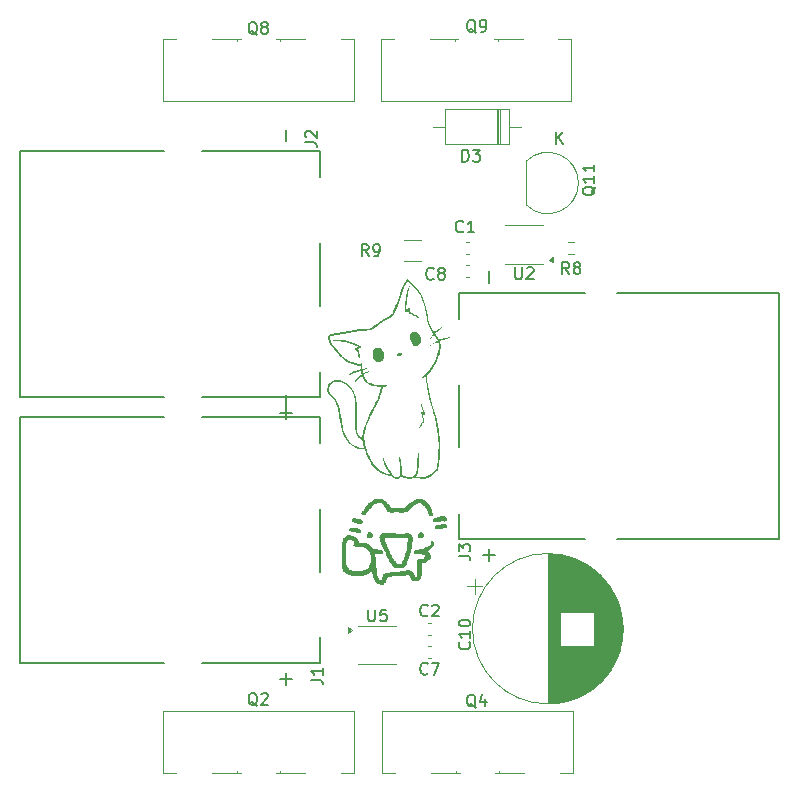
<source format=gbr>
%TF.GenerationSoftware,KiCad,Pcbnew,9.0.3*%
%TF.CreationDate,2025-12-08T06:40:44-06:00*%
%TF.ProjectId,Hotswap,486f7473-7761-4702-9e6b-696361645f70,rev?*%
%TF.SameCoordinates,Original*%
%TF.FileFunction,Legend,Top*%
%TF.FilePolarity,Positive*%
%FSLAX46Y46*%
G04 Gerber Fmt 4.6, Leading zero omitted, Abs format (unit mm)*
G04 Created by KiCad (PCBNEW 9.0.3) date 2025-12-08 06:40:44*
%MOMM*%
%LPD*%
G01*
G04 APERTURE LIST*
%ADD10C,0.150000*%
%ADD11C,0.120000*%
%ADD12C,0.000000*%
%ADD13C,0.127000*%
G04 APERTURE END LIST*
D10*
X71833333Y-41359580D02*
X71785714Y-41407200D01*
X71785714Y-41407200D02*
X71642857Y-41454819D01*
X71642857Y-41454819D02*
X71547619Y-41454819D01*
X71547619Y-41454819D02*
X71404762Y-41407200D01*
X71404762Y-41407200D02*
X71309524Y-41311961D01*
X71309524Y-41311961D02*
X71261905Y-41216723D01*
X71261905Y-41216723D02*
X71214286Y-41026247D01*
X71214286Y-41026247D02*
X71214286Y-40883390D01*
X71214286Y-40883390D02*
X71261905Y-40692914D01*
X71261905Y-40692914D02*
X71309524Y-40597676D01*
X71309524Y-40597676D02*
X71404762Y-40502438D01*
X71404762Y-40502438D02*
X71547619Y-40454819D01*
X71547619Y-40454819D02*
X71642857Y-40454819D01*
X71642857Y-40454819D02*
X71785714Y-40502438D01*
X71785714Y-40502438D02*
X71833333Y-40550057D01*
X72785714Y-41454819D02*
X72214286Y-41454819D01*
X72500000Y-41454819D02*
X72500000Y-40454819D01*
X72500000Y-40454819D02*
X72404762Y-40597676D01*
X72404762Y-40597676D02*
X72309524Y-40692914D01*
X72309524Y-40692914D02*
X72214286Y-40740533D01*
X80808333Y-44954819D02*
X80475000Y-44478628D01*
X80236905Y-44954819D02*
X80236905Y-43954819D01*
X80236905Y-43954819D02*
X80617857Y-43954819D01*
X80617857Y-43954819D02*
X80713095Y-44002438D01*
X80713095Y-44002438D02*
X80760714Y-44050057D01*
X80760714Y-44050057D02*
X80808333Y-44145295D01*
X80808333Y-44145295D02*
X80808333Y-44288152D01*
X80808333Y-44288152D02*
X80760714Y-44383390D01*
X80760714Y-44383390D02*
X80713095Y-44431009D01*
X80713095Y-44431009D02*
X80617857Y-44478628D01*
X80617857Y-44478628D02*
X80236905Y-44478628D01*
X81379762Y-44383390D02*
X81284524Y-44335771D01*
X81284524Y-44335771D02*
X81236905Y-44288152D01*
X81236905Y-44288152D02*
X81189286Y-44192914D01*
X81189286Y-44192914D02*
X81189286Y-44145295D01*
X81189286Y-44145295D02*
X81236905Y-44050057D01*
X81236905Y-44050057D02*
X81284524Y-44002438D01*
X81284524Y-44002438D02*
X81379762Y-43954819D01*
X81379762Y-43954819D02*
X81570238Y-43954819D01*
X81570238Y-43954819D02*
X81665476Y-44002438D01*
X81665476Y-44002438D02*
X81713095Y-44050057D01*
X81713095Y-44050057D02*
X81760714Y-44145295D01*
X81760714Y-44145295D02*
X81760714Y-44192914D01*
X81760714Y-44192914D02*
X81713095Y-44288152D01*
X81713095Y-44288152D02*
X81665476Y-44335771D01*
X81665476Y-44335771D02*
X81570238Y-44383390D01*
X81570238Y-44383390D02*
X81379762Y-44383390D01*
X81379762Y-44383390D02*
X81284524Y-44431009D01*
X81284524Y-44431009D02*
X81236905Y-44478628D01*
X81236905Y-44478628D02*
X81189286Y-44573866D01*
X81189286Y-44573866D02*
X81189286Y-44764342D01*
X81189286Y-44764342D02*
X81236905Y-44859580D01*
X81236905Y-44859580D02*
X81284524Y-44907200D01*
X81284524Y-44907200D02*
X81379762Y-44954819D01*
X81379762Y-44954819D02*
X81570238Y-44954819D01*
X81570238Y-44954819D02*
X81665476Y-44907200D01*
X81665476Y-44907200D02*
X81713095Y-44859580D01*
X81713095Y-44859580D02*
X81760714Y-44764342D01*
X81760714Y-44764342D02*
X81760714Y-44573866D01*
X81760714Y-44573866D02*
X81713095Y-44478628D01*
X81713095Y-44478628D02*
X81665476Y-44431009D01*
X81665476Y-44431009D02*
X81570238Y-44383390D01*
X68833333Y-73859580D02*
X68785714Y-73907200D01*
X68785714Y-73907200D02*
X68642857Y-73954819D01*
X68642857Y-73954819D02*
X68547619Y-73954819D01*
X68547619Y-73954819D02*
X68404762Y-73907200D01*
X68404762Y-73907200D02*
X68309524Y-73811961D01*
X68309524Y-73811961D02*
X68261905Y-73716723D01*
X68261905Y-73716723D02*
X68214286Y-73526247D01*
X68214286Y-73526247D02*
X68214286Y-73383390D01*
X68214286Y-73383390D02*
X68261905Y-73192914D01*
X68261905Y-73192914D02*
X68309524Y-73097676D01*
X68309524Y-73097676D02*
X68404762Y-73002438D01*
X68404762Y-73002438D02*
X68547619Y-72954819D01*
X68547619Y-72954819D02*
X68642857Y-72954819D01*
X68642857Y-72954819D02*
X68785714Y-73002438D01*
X68785714Y-73002438D02*
X68833333Y-73050057D01*
X69214286Y-73050057D02*
X69261905Y-73002438D01*
X69261905Y-73002438D02*
X69357143Y-72954819D01*
X69357143Y-72954819D02*
X69595238Y-72954819D01*
X69595238Y-72954819D02*
X69690476Y-73002438D01*
X69690476Y-73002438D02*
X69738095Y-73050057D01*
X69738095Y-73050057D02*
X69785714Y-73145295D01*
X69785714Y-73145295D02*
X69785714Y-73240533D01*
X69785714Y-73240533D02*
X69738095Y-73383390D01*
X69738095Y-73383390D02*
X69166667Y-73954819D01*
X69166667Y-73954819D02*
X69785714Y-73954819D01*
X54404761Y-81550057D02*
X54309523Y-81502438D01*
X54309523Y-81502438D02*
X54214285Y-81407200D01*
X54214285Y-81407200D02*
X54071428Y-81264342D01*
X54071428Y-81264342D02*
X53976190Y-81216723D01*
X53976190Y-81216723D02*
X53880952Y-81216723D01*
X53928571Y-81454819D02*
X53833333Y-81407200D01*
X53833333Y-81407200D02*
X53738095Y-81311961D01*
X53738095Y-81311961D02*
X53690476Y-81121485D01*
X53690476Y-81121485D02*
X53690476Y-80788152D01*
X53690476Y-80788152D02*
X53738095Y-80597676D01*
X53738095Y-80597676D02*
X53833333Y-80502438D01*
X53833333Y-80502438D02*
X53928571Y-80454819D01*
X53928571Y-80454819D02*
X54119047Y-80454819D01*
X54119047Y-80454819D02*
X54214285Y-80502438D01*
X54214285Y-80502438D02*
X54309523Y-80597676D01*
X54309523Y-80597676D02*
X54357142Y-80788152D01*
X54357142Y-80788152D02*
X54357142Y-81121485D01*
X54357142Y-81121485D02*
X54309523Y-81311961D01*
X54309523Y-81311961D02*
X54214285Y-81407200D01*
X54214285Y-81407200D02*
X54119047Y-81454819D01*
X54119047Y-81454819D02*
X53928571Y-81454819D01*
X54738095Y-80550057D02*
X54785714Y-80502438D01*
X54785714Y-80502438D02*
X54880952Y-80454819D01*
X54880952Y-80454819D02*
X55119047Y-80454819D01*
X55119047Y-80454819D02*
X55214285Y-80502438D01*
X55214285Y-80502438D02*
X55261904Y-80550057D01*
X55261904Y-80550057D02*
X55309523Y-80645295D01*
X55309523Y-80645295D02*
X55309523Y-80740533D01*
X55309523Y-80740533D02*
X55261904Y-80883390D01*
X55261904Y-80883390D02*
X54690476Y-81454819D01*
X54690476Y-81454819D02*
X55309523Y-81454819D01*
X54404761Y-24735057D02*
X54309523Y-24687438D01*
X54309523Y-24687438D02*
X54214285Y-24592200D01*
X54214285Y-24592200D02*
X54071428Y-24449342D01*
X54071428Y-24449342D02*
X53976190Y-24401723D01*
X53976190Y-24401723D02*
X53880952Y-24401723D01*
X53928571Y-24639819D02*
X53833333Y-24592200D01*
X53833333Y-24592200D02*
X53738095Y-24496961D01*
X53738095Y-24496961D02*
X53690476Y-24306485D01*
X53690476Y-24306485D02*
X53690476Y-23973152D01*
X53690476Y-23973152D02*
X53738095Y-23782676D01*
X53738095Y-23782676D02*
X53833333Y-23687438D01*
X53833333Y-23687438D02*
X53928571Y-23639819D01*
X53928571Y-23639819D02*
X54119047Y-23639819D01*
X54119047Y-23639819D02*
X54214285Y-23687438D01*
X54214285Y-23687438D02*
X54309523Y-23782676D01*
X54309523Y-23782676D02*
X54357142Y-23973152D01*
X54357142Y-23973152D02*
X54357142Y-24306485D01*
X54357142Y-24306485D02*
X54309523Y-24496961D01*
X54309523Y-24496961D02*
X54214285Y-24592200D01*
X54214285Y-24592200D02*
X54119047Y-24639819D01*
X54119047Y-24639819D02*
X53928571Y-24639819D01*
X54928571Y-24068390D02*
X54833333Y-24020771D01*
X54833333Y-24020771D02*
X54785714Y-23973152D01*
X54785714Y-23973152D02*
X54738095Y-23877914D01*
X54738095Y-23877914D02*
X54738095Y-23830295D01*
X54738095Y-23830295D02*
X54785714Y-23735057D01*
X54785714Y-23735057D02*
X54833333Y-23687438D01*
X54833333Y-23687438D02*
X54928571Y-23639819D01*
X54928571Y-23639819D02*
X55119047Y-23639819D01*
X55119047Y-23639819D02*
X55214285Y-23687438D01*
X55214285Y-23687438D02*
X55261904Y-23735057D01*
X55261904Y-23735057D02*
X55309523Y-23830295D01*
X55309523Y-23830295D02*
X55309523Y-23877914D01*
X55309523Y-23877914D02*
X55261904Y-23973152D01*
X55261904Y-23973152D02*
X55214285Y-24020771D01*
X55214285Y-24020771D02*
X55119047Y-24068390D01*
X55119047Y-24068390D02*
X54928571Y-24068390D01*
X54928571Y-24068390D02*
X54833333Y-24116009D01*
X54833333Y-24116009D02*
X54785714Y-24163628D01*
X54785714Y-24163628D02*
X54738095Y-24258866D01*
X54738095Y-24258866D02*
X54738095Y-24449342D01*
X54738095Y-24449342D02*
X54785714Y-24544580D01*
X54785714Y-24544580D02*
X54833333Y-24592200D01*
X54833333Y-24592200D02*
X54928571Y-24639819D01*
X54928571Y-24639819D02*
X55119047Y-24639819D01*
X55119047Y-24639819D02*
X55214285Y-24592200D01*
X55214285Y-24592200D02*
X55261904Y-24544580D01*
X55261904Y-24544580D02*
X55309523Y-24449342D01*
X55309523Y-24449342D02*
X55309523Y-24258866D01*
X55309523Y-24258866D02*
X55261904Y-24163628D01*
X55261904Y-24163628D02*
X55214285Y-24116009D01*
X55214285Y-24116009D02*
X55119047Y-24068390D01*
X58954819Y-79333333D02*
X59669104Y-79333333D01*
X59669104Y-79333333D02*
X59811961Y-79380952D01*
X59811961Y-79380952D02*
X59907200Y-79476190D01*
X59907200Y-79476190D02*
X59954819Y-79619047D01*
X59954819Y-79619047D02*
X59954819Y-79714285D01*
X59954819Y-78333333D02*
X59954819Y-78904761D01*
X59954819Y-78619047D02*
X58954819Y-78619047D01*
X58954819Y-78619047D02*
X59097676Y-78714285D01*
X59097676Y-78714285D02*
X59192914Y-78809523D01*
X59192914Y-78809523D02*
X59240533Y-78904761D01*
X71454819Y-68833333D02*
X72169104Y-68833333D01*
X72169104Y-68833333D02*
X72311961Y-68880952D01*
X72311961Y-68880952D02*
X72407200Y-68976190D01*
X72407200Y-68976190D02*
X72454819Y-69119047D01*
X72454819Y-69119047D02*
X72454819Y-69214285D01*
X71454819Y-68452380D02*
X71454819Y-67833333D01*
X71454819Y-67833333D02*
X71835771Y-68166666D01*
X71835771Y-68166666D02*
X71835771Y-68023809D01*
X71835771Y-68023809D02*
X71883390Y-67928571D01*
X71883390Y-67928571D02*
X71931009Y-67880952D01*
X71931009Y-67880952D02*
X72026247Y-67833333D01*
X72026247Y-67833333D02*
X72264342Y-67833333D01*
X72264342Y-67833333D02*
X72359580Y-67880952D01*
X72359580Y-67880952D02*
X72407200Y-67928571D01*
X72407200Y-67928571D02*
X72454819Y-68023809D01*
X72454819Y-68023809D02*
X72454819Y-68309523D01*
X72454819Y-68309523D02*
X72407200Y-68404761D01*
X72407200Y-68404761D02*
X72359580Y-68452380D01*
X69333333Y-45359580D02*
X69285714Y-45407200D01*
X69285714Y-45407200D02*
X69142857Y-45454819D01*
X69142857Y-45454819D02*
X69047619Y-45454819D01*
X69047619Y-45454819D02*
X68904762Y-45407200D01*
X68904762Y-45407200D02*
X68809524Y-45311961D01*
X68809524Y-45311961D02*
X68761905Y-45216723D01*
X68761905Y-45216723D02*
X68714286Y-45026247D01*
X68714286Y-45026247D02*
X68714286Y-44883390D01*
X68714286Y-44883390D02*
X68761905Y-44692914D01*
X68761905Y-44692914D02*
X68809524Y-44597676D01*
X68809524Y-44597676D02*
X68904762Y-44502438D01*
X68904762Y-44502438D02*
X69047619Y-44454819D01*
X69047619Y-44454819D02*
X69142857Y-44454819D01*
X69142857Y-44454819D02*
X69285714Y-44502438D01*
X69285714Y-44502438D02*
X69333333Y-44550057D01*
X69904762Y-44883390D02*
X69809524Y-44835771D01*
X69809524Y-44835771D02*
X69761905Y-44788152D01*
X69761905Y-44788152D02*
X69714286Y-44692914D01*
X69714286Y-44692914D02*
X69714286Y-44645295D01*
X69714286Y-44645295D02*
X69761905Y-44550057D01*
X69761905Y-44550057D02*
X69809524Y-44502438D01*
X69809524Y-44502438D02*
X69904762Y-44454819D01*
X69904762Y-44454819D02*
X70095238Y-44454819D01*
X70095238Y-44454819D02*
X70190476Y-44502438D01*
X70190476Y-44502438D02*
X70238095Y-44550057D01*
X70238095Y-44550057D02*
X70285714Y-44645295D01*
X70285714Y-44645295D02*
X70285714Y-44692914D01*
X70285714Y-44692914D02*
X70238095Y-44788152D01*
X70238095Y-44788152D02*
X70190476Y-44835771D01*
X70190476Y-44835771D02*
X70095238Y-44883390D01*
X70095238Y-44883390D02*
X69904762Y-44883390D01*
X69904762Y-44883390D02*
X69809524Y-44931009D01*
X69809524Y-44931009D02*
X69761905Y-44978628D01*
X69761905Y-44978628D02*
X69714286Y-45073866D01*
X69714286Y-45073866D02*
X69714286Y-45264342D01*
X69714286Y-45264342D02*
X69761905Y-45359580D01*
X69761905Y-45359580D02*
X69809524Y-45407200D01*
X69809524Y-45407200D02*
X69904762Y-45454819D01*
X69904762Y-45454819D02*
X70095238Y-45454819D01*
X70095238Y-45454819D02*
X70190476Y-45407200D01*
X70190476Y-45407200D02*
X70238095Y-45359580D01*
X70238095Y-45359580D02*
X70285714Y-45264342D01*
X70285714Y-45264342D02*
X70285714Y-45073866D01*
X70285714Y-45073866D02*
X70238095Y-44978628D01*
X70238095Y-44978628D02*
X70190476Y-44931009D01*
X70190476Y-44931009D02*
X70095238Y-44883390D01*
X63800595Y-73379819D02*
X63800595Y-74189342D01*
X63800595Y-74189342D02*
X63848214Y-74284580D01*
X63848214Y-74284580D02*
X63895833Y-74332200D01*
X63895833Y-74332200D02*
X63991071Y-74379819D01*
X63991071Y-74379819D02*
X64181547Y-74379819D01*
X64181547Y-74379819D02*
X64276785Y-74332200D01*
X64276785Y-74332200D02*
X64324404Y-74284580D01*
X64324404Y-74284580D02*
X64372023Y-74189342D01*
X64372023Y-74189342D02*
X64372023Y-73379819D01*
X65324404Y-73379819D02*
X64848214Y-73379819D01*
X64848214Y-73379819D02*
X64800595Y-73856009D01*
X64800595Y-73856009D02*
X64848214Y-73808390D01*
X64848214Y-73808390D02*
X64943452Y-73760771D01*
X64943452Y-73760771D02*
X65181547Y-73760771D01*
X65181547Y-73760771D02*
X65276785Y-73808390D01*
X65276785Y-73808390D02*
X65324404Y-73856009D01*
X65324404Y-73856009D02*
X65372023Y-73951247D01*
X65372023Y-73951247D02*
X65372023Y-74189342D01*
X65372023Y-74189342D02*
X65324404Y-74284580D01*
X65324404Y-74284580D02*
X65276785Y-74332200D01*
X65276785Y-74332200D02*
X65181547Y-74379819D01*
X65181547Y-74379819D02*
X64943452Y-74379819D01*
X64943452Y-74379819D02*
X64848214Y-74332200D01*
X64848214Y-74332200D02*
X64800595Y-74284580D01*
X58454819Y-33833333D02*
X59169104Y-33833333D01*
X59169104Y-33833333D02*
X59311961Y-33880952D01*
X59311961Y-33880952D02*
X59407200Y-33976190D01*
X59407200Y-33976190D02*
X59454819Y-34119047D01*
X59454819Y-34119047D02*
X59454819Y-34214285D01*
X58550057Y-33404761D02*
X58502438Y-33357142D01*
X58502438Y-33357142D02*
X58454819Y-33261904D01*
X58454819Y-33261904D02*
X58454819Y-33023809D01*
X58454819Y-33023809D02*
X58502438Y-32928571D01*
X58502438Y-32928571D02*
X58550057Y-32880952D01*
X58550057Y-32880952D02*
X58645295Y-32833333D01*
X58645295Y-32833333D02*
X58740533Y-32833333D01*
X58740533Y-32833333D02*
X58883390Y-32880952D01*
X58883390Y-32880952D02*
X59454819Y-33452380D01*
X59454819Y-33452380D02*
X59454819Y-32833333D01*
X76238095Y-44404819D02*
X76238095Y-45214342D01*
X76238095Y-45214342D02*
X76285714Y-45309580D01*
X76285714Y-45309580D02*
X76333333Y-45357200D01*
X76333333Y-45357200D02*
X76428571Y-45404819D01*
X76428571Y-45404819D02*
X76619047Y-45404819D01*
X76619047Y-45404819D02*
X76714285Y-45357200D01*
X76714285Y-45357200D02*
X76761904Y-45309580D01*
X76761904Y-45309580D02*
X76809523Y-45214342D01*
X76809523Y-45214342D02*
X76809523Y-44404819D01*
X77238095Y-44500057D02*
X77285714Y-44452438D01*
X77285714Y-44452438D02*
X77380952Y-44404819D01*
X77380952Y-44404819D02*
X77619047Y-44404819D01*
X77619047Y-44404819D02*
X77714285Y-44452438D01*
X77714285Y-44452438D02*
X77761904Y-44500057D01*
X77761904Y-44500057D02*
X77809523Y-44595295D01*
X77809523Y-44595295D02*
X77809523Y-44690533D01*
X77809523Y-44690533D02*
X77761904Y-44833390D01*
X77761904Y-44833390D02*
X77190476Y-45404819D01*
X77190476Y-45404819D02*
X77809523Y-45404819D01*
X63833333Y-43454819D02*
X63500000Y-42978628D01*
X63261905Y-43454819D02*
X63261905Y-42454819D01*
X63261905Y-42454819D02*
X63642857Y-42454819D01*
X63642857Y-42454819D02*
X63738095Y-42502438D01*
X63738095Y-42502438D02*
X63785714Y-42550057D01*
X63785714Y-42550057D02*
X63833333Y-42645295D01*
X63833333Y-42645295D02*
X63833333Y-42788152D01*
X63833333Y-42788152D02*
X63785714Y-42883390D01*
X63785714Y-42883390D02*
X63738095Y-42931009D01*
X63738095Y-42931009D02*
X63642857Y-42978628D01*
X63642857Y-42978628D02*
X63261905Y-42978628D01*
X64309524Y-43454819D02*
X64500000Y-43454819D01*
X64500000Y-43454819D02*
X64595238Y-43407200D01*
X64595238Y-43407200D02*
X64642857Y-43359580D01*
X64642857Y-43359580D02*
X64738095Y-43216723D01*
X64738095Y-43216723D02*
X64785714Y-43026247D01*
X64785714Y-43026247D02*
X64785714Y-42645295D01*
X64785714Y-42645295D02*
X64738095Y-42550057D01*
X64738095Y-42550057D02*
X64690476Y-42502438D01*
X64690476Y-42502438D02*
X64595238Y-42454819D01*
X64595238Y-42454819D02*
X64404762Y-42454819D01*
X64404762Y-42454819D02*
X64309524Y-42502438D01*
X64309524Y-42502438D02*
X64261905Y-42550057D01*
X64261905Y-42550057D02*
X64214286Y-42645295D01*
X64214286Y-42645295D02*
X64214286Y-42883390D01*
X64214286Y-42883390D02*
X64261905Y-42978628D01*
X64261905Y-42978628D02*
X64309524Y-43026247D01*
X64309524Y-43026247D02*
X64404762Y-43073866D01*
X64404762Y-43073866D02*
X64595238Y-43073866D01*
X64595238Y-43073866D02*
X64690476Y-43026247D01*
X64690476Y-43026247D02*
X64738095Y-42978628D01*
X64738095Y-42978628D02*
X64785714Y-42883390D01*
X68833333Y-78789580D02*
X68785714Y-78837200D01*
X68785714Y-78837200D02*
X68642857Y-78884819D01*
X68642857Y-78884819D02*
X68547619Y-78884819D01*
X68547619Y-78884819D02*
X68404762Y-78837200D01*
X68404762Y-78837200D02*
X68309524Y-78741961D01*
X68309524Y-78741961D02*
X68261905Y-78646723D01*
X68261905Y-78646723D02*
X68214286Y-78456247D01*
X68214286Y-78456247D02*
X68214286Y-78313390D01*
X68214286Y-78313390D02*
X68261905Y-78122914D01*
X68261905Y-78122914D02*
X68309524Y-78027676D01*
X68309524Y-78027676D02*
X68404762Y-77932438D01*
X68404762Y-77932438D02*
X68547619Y-77884819D01*
X68547619Y-77884819D02*
X68642857Y-77884819D01*
X68642857Y-77884819D02*
X68785714Y-77932438D01*
X68785714Y-77932438D02*
X68833333Y-77980057D01*
X69166667Y-77884819D02*
X69833333Y-77884819D01*
X69833333Y-77884819D02*
X69404762Y-78884819D01*
X72904761Y-81680057D02*
X72809523Y-81632438D01*
X72809523Y-81632438D02*
X72714285Y-81537200D01*
X72714285Y-81537200D02*
X72571428Y-81394342D01*
X72571428Y-81394342D02*
X72476190Y-81346723D01*
X72476190Y-81346723D02*
X72380952Y-81346723D01*
X72428571Y-81584819D02*
X72333333Y-81537200D01*
X72333333Y-81537200D02*
X72238095Y-81441961D01*
X72238095Y-81441961D02*
X72190476Y-81251485D01*
X72190476Y-81251485D02*
X72190476Y-80918152D01*
X72190476Y-80918152D02*
X72238095Y-80727676D01*
X72238095Y-80727676D02*
X72333333Y-80632438D01*
X72333333Y-80632438D02*
X72428571Y-80584819D01*
X72428571Y-80584819D02*
X72619047Y-80584819D01*
X72619047Y-80584819D02*
X72714285Y-80632438D01*
X72714285Y-80632438D02*
X72809523Y-80727676D01*
X72809523Y-80727676D02*
X72857142Y-80918152D01*
X72857142Y-80918152D02*
X72857142Y-81251485D01*
X72857142Y-81251485D02*
X72809523Y-81441961D01*
X72809523Y-81441961D02*
X72714285Y-81537200D01*
X72714285Y-81537200D02*
X72619047Y-81584819D01*
X72619047Y-81584819D02*
X72428571Y-81584819D01*
X73714285Y-80918152D02*
X73714285Y-81584819D01*
X73476190Y-80537200D02*
X73238095Y-81251485D01*
X73238095Y-81251485D02*
X73857142Y-81251485D01*
X83050057Y-37571428D02*
X83002438Y-37666666D01*
X83002438Y-37666666D02*
X82907200Y-37761904D01*
X82907200Y-37761904D02*
X82764342Y-37904761D01*
X82764342Y-37904761D02*
X82716723Y-37999999D01*
X82716723Y-37999999D02*
X82716723Y-38095237D01*
X82954819Y-38047618D02*
X82907200Y-38142856D01*
X82907200Y-38142856D02*
X82811961Y-38238094D01*
X82811961Y-38238094D02*
X82621485Y-38285713D01*
X82621485Y-38285713D02*
X82288152Y-38285713D01*
X82288152Y-38285713D02*
X82097676Y-38238094D01*
X82097676Y-38238094D02*
X82002438Y-38142856D01*
X82002438Y-38142856D02*
X81954819Y-38047618D01*
X81954819Y-38047618D02*
X81954819Y-37857142D01*
X81954819Y-37857142D02*
X82002438Y-37761904D01*
X82002438Y-37761904D02*
X82097676Y-37666666D01*
X82097676Y-37666666D02*
X82288152Y-37619047D01*
X82288152Y-37619047D02*
X82621485Y-37619047D01*
X82621485Y-37619047D02*
X82811961Y-37666666D01*
X82811961Y-37666666D02*
X82907200Y-37761904D01*
X82907200Y-37761904D02*
X82954819Y-37857142D01*
X82954819Y-37857142D02*
X82954819Y-38047618D01*
X82954819Y-36666666D02*
X82954819Y-37238094D01*
X82954819Y-36952380D02*
X81954819Y-36952380D01*
X81954819Y-36952380D02*
X82097676Y-37047618D01*
X82097676Y-37047618D02*
X82192914Y-37142856D01*
X82192914Y-37142856D02*
X82240533Y-37238094D01*
X82954819Y-35714285D02*
X82954819Y-36285713D01*
X82954819Y-35999999D02*
X81954819Y-35999999D01*
X81954819Y-35999999D02*
X82097676Y-36095237D01*
X82097676Y-36095237D02*
X82192914Y-36190475D01*
X82192914Y-36190475D02*
X82240533Y-36285713D01*
X72359580Y-76142857D02*
X72407200Y-76190476D01*
X72407200Y-76190476D02*
X72454819Y-76333333D01*
X72454819Y-76333333D02*
X72454819Y-76428571D01*
X72454819Y-76428571D02*
X72407200Y-76571428D01*
X72407200Y-76571428D02*
X72311961Y-76666666D01*
X72311961Y-76666666D02*
X72216723Y-76714285D01*
X72216723Y-76714285D02*
X72026247Y-76761904D01*
X72026247Y-76761904D02*
X71883390Y-76761904D01*
X71883390Y-76761904D02*
X71692914Y-76714285D01*
X71692914Y-76714285D02*
X71597676Y-76666666D01*
X71597676Y-76666666D02*
X71502438Y-76571428D01*
X71502438Y-76571428D02*
X71454819Y-76428571D01*
X71454819Y-76428571D02*
X71454819Y-76333333D01*
X71454819Y-76333333D02*
X71502438Y-76190476D01*
X71502438Y-76190476D02*
X71550057Y-76142857D01*
X72454819Y-75190476D02*
X72454819Y-75761904D01*
X72454819Y-75476190D02*
X71454819Y-75476190D01*
X71454819Y-75476190D02*
X71597676Y-75571428D01*
X71597676Y-75571428D02*
X71692914Y-75666666D01*
X71692914Y-75666666D02*
X71740533Y-75761904D01*
X71454819Y-74571428D02*
X71454819Y-74476190D01*
X71454819Y-74476190D02*
X71502438Y-74380952D01*
X71502438Y-74380952D02*
X71550057Y-74333333D01*
X71550057Y-74333333D02*
X71645295Y-74285714D01*
X71645295Y-74285714D02*
X71835771Y-74238095D01*
X71835771Y-74238095D02*
X72073866Y-74238095D01*
X72073866Y-74238095D02*
X72264342Y-74285714D01*
X72264342Y-74285714D02*
X72359580Y-74333333D01*
X72359580Y-74333333D02*
X72407200Y-74380952D01*
X72407200Y-74380952D02*
X72454819Y-74476190D01*
X72454819Y-74476190D02*
X72454819Y-74571428D01*
X72454819Y-74571428D02*
X72407200Y-74666666D01*
X72407200Y-74666666D02*
X72359580Y-74714285D01*
X72359580Y-74714285D02*
X72264342Y-74761904D01*
X72264342Y-74761904D02*
X72073866Y-74809523D01*
X72073866Y-74809523D02*
X71835771Y-74809523D01*
X71835771Y-74809523D02*
X71645295Y-74761904D01*
X71645295Y-74761904D02*
X71550057Y-74714285D01*
X71550057Y-74714285D02*
X71502438Y-74666666D01*
X71502438Y-74666666D02*
X71454819Y-74571428D01*
X72904761Y-24550057D02*
X72809523Y-24502438D01*
X72809523Y-24502438D02*
X72714285Y-24407200D01*
X72714285Y-24407200D02*
X72571428Y-24264342D01*
X72571428Y-24264342D02*
X72476190Y-24216723D01*
X72476190Y-24216723D02*
X72380952Y-24216723D01*
X72428571Y-24454819D02*
X72333333Y-24407200D01*
X72333333Y-24407200D02*
X72238095Y-24311961D01*
X72238095Y-24311961D02*
X72190476Y-24121485D01*
X72190476Y-24121485D02*
X72190476Y-23788152D01*
X72190476Y-23788152D02*
X72238095Y-23597676D01*
X72238095Y-23597676D02*
X72333333Y-23502438D01*
X72333333Y-23502438D02*
X72428571Y-23454819D01*
X72428571Y-23454819D02*
X72619047Y-23454819D01*
X72619047Y-23454819D02*
X72714285Y-23502438D01*
X72714285Y-23502438D02*
X72809523Y-23597676D01*
X72809523Y-23597676D02*
X72857142Y-23788152D01*
X72857142Y-23788152D02*
X72857142Y-24121485D01*
X72857142Y-24121485D02*
X72809523Y-24311961D01*
X72809523Y-24311961D02*
X72714285Y-24407200D01*
X72714285Y-24407200D02*
X72619047Y-24454819D01*
X72619047Y-24454819D02*
X72428571Y-24454819D01*
X73333333Y-24454819D02*
X73523809Y-24454819D01*
X73523809Y-24454819D02*
X73619047Y-24407200D01*
X73619047Y-24407200D02*
X73666666Y-24359580D01*
X73666666Y-24359580D02*
X73761904Y-24216723D01*
X73761904Y-24216723D02*
X73809523Y-24026247D01*
X73809523Y-24026247D02*
X73809523Y-23645295D01*
X73809523Y-23645295D02*
X73761904Y-23550057D01*
X73761904Y-23550057D02*
X73714285Y-23502438D01*
X73714285Y-23502438D02*
X73619047Y-23454819D01*
X73619047Y-23454819D02*
X73428571Y-23454819D01*
X73428571Y-23454819D02*
X73333333Y-23502438D01*
X73333333Y-23502438D02*
X73285714Y-23550057D01*
X73285714Y-23550057D02*
X73238095Y-23645295D01*
X73238095Y-23645295D02*
X73238095Y-23883390D01*
X73238095Y-23883390D02*
X73285714Y-23978628D01*
X73285714Y-23978628D02*
X73333333Y-24026247D01*
X73333333Y-24026247D02*
X73428571Y-24073866D01*
X73428571Y-24073866D02*
X73619047Y-24073866D01*
X73619047Y-24073866D02*
X73714285Y-24026247D01*
X73714285Y-24026247D02*
X73761904Y-23978628D01*
X73761904Y-23978628D02*
X73809523Y-23883390D01*
X71761905Y-35454819D02*
X71761905Y-34454819D01*
X71761905Y-34454819D02*
X72000000Y-34454819D01*
X72000000Y-34454819D02*
X72142857Y-34502438D01*
X72142857Y-34502438D02*
X72238095Y-34597676D01*
X72238095Y-34597676D02*
X72285714Y-34692914D01*
X72285714Y-34692914D02*
X72333333Y-34883390D01*
X72333333Y-34883390D02*
X72333333Y-35026247D01*
X72333333Y-35026247D02*
X72285714Y-35216723D01*
X72285714Y-35216723D02*
X72238095Y-35311961D01*
X72238095Y-35311961D02*
X72142857Y-35407200D01*
X72142857Y-35407200D02*
X72000000Y-35454819D01*
X72000000Y-35454819D02*
X71761905Y-35454819D01*
X72666667Y-34454819D02*
X73285714Y-34454819D01*
X73285714Y-34454819D02*
X72952381Y-34835771D01*
X72952381Y-34835771D02*
X73095238Y-34835771D01*
X73095238Y-34835771D02*
X73190476Y-34883390D01*
X73190476Y-34883390D02*
X73238095Y-34931009D01*
X73238095Y-34931009D02*
X73285714Y-35026247D01*
X73285714Y-35026247D02*
X73285714Y-35264342D01*
X73285714Y-35264342D02*
X73238095Y-35359580D01*
X73238095Y-35359580D02*
X73190476Y-35407200D01*
X73190476Y-35407200D02*
X73095238Y-35454819D01*
X73095238Y-35454819D02*
X72809524Y-35454819D01*
X72809524Y-35454819D02*
X72714286Y-35407200D01*
X72714286Y-35407200D02*
X72666667Y-35359580D01*
X79738095Y-33954819D02*
X79738095Y-32954819D01*
X80309523Y-33954819D02*
X79880952Y-33383390D01*
X80309523Y-32954819D02*
X79738095Y-33526247D01*
D11*
%TO.C,C2*%
X69140580Y-74490000D02*
X68859420Y-74490000D01*
X69140580Y-75510000D02*
X68859420Y-75510000D01*
%TO.C,Q2*%
X46440000Y-82005000D02*
X62560000Y-82005000D01*
X46440000Y-87255000D02*
X46440000Y-82005000D01*
X47540000Y-87255000D02*
X46440000Y-87255000D01*
X52695000Y-87255000D02*
X52695000Y-87035000D01*
X52990000Y-87255000D02*
X50560000Y-87255000D01*
X56305000Y-87255000D02*
X56305000Y-87035000D01*
X58440000Y-87255000D02*
X56010000Y-87255000D01*
X62560000Y-82005000D02*
X62560000Y-87255000D01*
X62560000Y-87255000D02*
X61460000Y-87255000D01*
%TO.C,C1*%
X72059420Y-42240000D02*
X72340580Y-42240000D01*
X72059420Y-43260000D02*
X72340580Y-43260000D01*
%TO.C,Q8*%
X46440000Y-25060000D02*
X47540000Y-25060000D01*
X46440000Y-30310000D02*
X46440000Y-25060000D01*
X50560000Y-25060000D02*
X52990000Y-25060000D01*
X52695000Y-25060000D02*
X52695000Y-25280000D01*
X56010000Y-25060000D02*
X58440000Y-25060000D01*
X56305000Y-25060000D02*
X56305000Y-25280000D01*
X61460000Y-25060000D02*
X62560000Y-25060000D01*
X62560000Y-25060000D02*
X62560000Y-30310000D01*
X62560000Y-30310000D02*
X46440000Y-30310000D01*
D12*
%TO.C,G\u002A\u002A\u002A*%
G36*
X66617394Y-51639828D02*
G01*
X66635050Y-51665310D01*
X66641600Y-51688036D01*
X66639502Y-51759254D01*
X66606602Y-51821535D01*
X66527418Y-51894054D01*
X66421558Y-51926429D01*
X66338441Y-51926027D01*
X66251959Y-51906693D01*
X66206634Y-51867578D01*
X66197949Y-51804715D01*
X66198159Y-51802829D01*
X66227585Y-51746047D01*
X66296112Y-51696132D01*
X66394547Y-51657975D01*
X66510393Y-51636773D01*
X66580639Y-51632190D01*
X66617394Y-51639828D01*
G37*
G36*
X67890279Y-49889426D02*
G01*
X68020338Y-49954114D01*
X68128032Y-50059176D01*
X68211156Y-50202364D01*
X68267507Y-50381427D01*
X68273700Y-50412233D01*
X68285112Y-50569035D01*
X68262251Y-50713676D01*
X68209972Y-50840873D01*
X68133133Y-50945341D01*
X68036590Y-51021795D01*
X67925198Y-51064949D01*
X67803814Y-51069521D01*
X67697282Y-51039504D01*
X67588092Y-50967417D01*
X67485722Y-50848728D01*
X67389578Y-50682744D01*
X67387090Y-50677656D01*
X67326896Y-50514924D01*
X67304423Y-50358601D01*
X67317197Y-50214370D01*
X67362741Y-50087916D01*
X67438579Y-49984923D01*
X67542235Y-49911074D01*
X67671233Y-49872055D01*
X67740057Y-49867364D01*
X67890279Y-49889426D01*
G37*
G36*
X64791627Y-51220595D02*
G01*
X64908901Y-51275804D01*
X65007047Y-51367649D01*
X65084015Y-51487551D01*
X65137758Y-51626931D01*
X65166228Y-51777208D01*
X65167378Y-51929803D01*
X65139159Y-52076136D01*
X65079524Y-52207628D01*
X65040135Y-52261774D01*
X64933855Y-52353913D01*
X64807317Y-52408878D01*
X64671858Y-52423829D01*
X64538813Y-52395926D01*
X64525957Y-52390616D01*
X64451874Y-52350583D01*
X64387498Y-52303501D01*
X64384698Y-52300934D01*
X64303324Y-52196161D01*
X64241703Y-52059715D01*
X64202198Y-51905025D01*
X64187174Y-51745517D01*
X64198997Y-51594620D01*
X64238249Y-51469390D01*
X64320405Y-51351913D01*
X64432731Y-51265884D01*
X64565292Y-51215768D01*
X64708152Y-51206031D01*
X64791627Y-51220595D01*
G37*
G36*
X61250693Y-50527294D02*
G01*
X61423392Y-50542567D01*
X61608857Y-50565458D01*
X61801342Y-50595539D01*
X61995100Y-50632379D01*
X62184383Y-50675548D01*
X62237840Y-50689249D01*
X62369168Y-50728094D01*
X62512916Y-50777776D01*
X62660909Y-50834690D01*
X62804976Y-50895225D01*
X62936943Y-50955775D01*
X63048636Y-51012731D01*
X63131882Y-51062484D01*
X63178507Y-51101427D01*
X63181720Y-51105926D01*
X63187711Y-51153642D01*
X63150021Y-51201044D01*
X63073154Y-51244025D01*
X63004492Y-51267596D01*
X62941832Y-51287215D01*
X62919935Y-51301740D01*
X62932486Y-51317043D01*
X62944073Y-51323792D01*
X63004941Y-51372043D01*
X63018066Y-51423844D01*
X63015236Y-51433738D01*
X63017508Y-51475631D01*
X63038940Y-51533806D01*
X63040645Y-51537159D01*
X63062596Y-51591518D01*
X63066111Y-51627291D01*
X63065336Y-51628865D01*
X63062364Y-51660461D01*
X63064974Y-51727810D01*
X63072550Y-51818732D01*
X63077077Y-51861130D01*
X63086916Y-51956615D01*
X63092771Y-52031920D01*
X63093842Y-52075660D01*
X63092588Y-52081975D01*
X63072236Y-52072471D01*
X63034381Y-52037744D01*
X63030948Y-52034126D01*
X62972278Y-51940763D01*
X62937866Y-51817759D01*
X62930732Y-51725015D01*
X62909189Y-51599706D01*
X62850088Y-51476525D01*
X62764354Y-51375234D01*
X62714764Y-51326239D01*
X62697888Y-51291288D01*
X62707310Y-51256051D01*
X62709292Y-51252258D01*
X62749507Y-51213855D01*
X62818679Y-51179019D01*
X62845460Y-51170001D01*
X62909505Y-51148605D01*
X62948623Y-51130738D01*
X62954356Y-51124838D01*
X62933198Y-51109640D01*
X62876848Y-51080988D01*
X62795092Y-51043121D01*
X62697718Y-51000279D01*
X62594513Y-50956699D01*
X62495265Y-50916623D01*
X62409760Y-50884288D01*
X62360733Y-50867727D01*
X62164535Y-50814095D01*
X61934745Y-50762205D01*
X61686099Y-50714689D01*
X61433332Y-50674180D01*
X61191178Y-50643312D01*
X61015461Y-50627359D01*
X60894489Y-50616448D01*
X60818250Y-50603540D01*
X60783159Y-50587921D01*
X60779828Y-50580249D01*
X60802494Y-50550983D01*
X60866660Y-50531485D01*
X60966580Y-50521324D01*
X61096506Y-50520070D01*
X61250693Y-50527294D01*
G37*
G36*
X68274198Y-55848421D02*
G01*
X68298645Y-55904268D01*
X68333843Y-56000754D01*
X68372469Y-56114652D01*
X68420861Y-56255075D01*
X68473048Y-56397999D01*
X68523245Y-56528064D01*
X68565664Y-56629912D01*
X68571498Y-56642903D01*
X68609151Y-56731033D01*
X68635199Y-56802902D01*
X68645694Y-56847103D01*
X68644724Y-56854369D01*
X68609466Y-56872138D01*
X68549466Y-56874064D01*
X68485508Y-56860543D01*
X68463492Y-56850910D01*
X68426886Y-56835221D01*
X68416746Y-56836165D01*
X68421312Y-56862706D01*
X68433612Y-56925922D01*
X68451547Y-57015164D01*
X68465080Y-57081351D01*
X68495023Y-57248855D01*
X68510539Y-57387150D01*
X68511880Y-57492841D01*
X68499292Y-57562534D01*
X68473026Y-57592836D01*
X68433329Y-57580351D01*
X68428766Y-57576731D01*
X68402550Y-57564949D01*
X68386108Y-57590930D01*
X68379526Y-57616944D01*
X68338257Y-57751359D01*
X68273309Y-57863511D01*
X68215034Y-57933254D01*
X68148462Y-58000710D01*
X68108660Y-58030015D01*
X68096625Y-58021334D01*
X68113353Y-57974831D01*
X68141963Y-57921170D01*
X68181847Y-57852539D01*
X68213505Y-57800125D01*
X68225204Y-57782207D01*
X68241698Y-57745568D01*
X68262791Y-57681221D01*
X68271741Y-57649286D01*
X68301696Y-57556618D01*
X68334516Y-57503671D01*
X68376579Y-57481960D01*
X68398875Y-57480114D01*
X68424859Y-57476420D01*
X68437608Y-57458122D01*
X68439437Y-57414399D01*
X68432657Y-57334425D01*
X68431803Y-57326049D01*
X68416523Y-57220189D01*
X68392308Y-57096718D01*
X68367348Y-56993747D01*
X68332174Y-56862222D01*
X68310130Y-56770151D01*
X68300647Y-56710635D01*
X68303155Y-56676776D01*
X68317085Y-56661676D01*
X68339655Y-56658420D01*
X68387188Y-56668788D01*
X68404582Y-56682458D01*
X68436883Y-56713140D01*
X68463929Y-56730306D01*
X68482915Y-56735867D01*
X68487345Y-56720336D01*
X68475908Y-56676861D01*
X68447294Y-56598591D01*
X68430437Y-56555222D01*
X68383523Y-56425388D01*
X68339812Y-56285951D01*
X68302033Y-56147747D01*
X68272914Y-56021612D01*
X68255183Y-55918382D01*
X68251568Y-55848893D01*
X68251867Y-55845968D01*
X68259079Y-55830044D01*
X68274198Y-55848421D01*
G37*
G36*
X67322241Y-45994955D02*
G01*
X67319890Y-46018696D01*
X67283549Y-46151911D01*
X67243154Y-46318292D01*
X67201933Y-46503223D01*
X67163120Y-46692087D01*
X67129945Y-46870269D01*
X67124080Y-46904468D01*
X67103977Y-47034858D01*
X67084655Y-47180424D01*
X67066753Y-47333741D01*
X67050912Y-47487385D01*
X67037769Y-47633931D01*
X67027965Y-47765954D01*
X67022139Y-47876029D01*
X67020931Y-47956732D01*
X67024980Y-48000637D01*
X67029173Y-48006470D01*
X67044333Y-47988047D01*
X67074984Y-47941905D01*
X67087724Y-47921578D01*
X67152109Y-47837883D01*
X67211272Y-47801916D01*
X67263926Y-47813231D01*
X67308782Y-47871381D01*
X67344553Y-47975922D01*
X67352766Y-48013449D01*
X67374270Y-48120350D01*
X67390874Y-48188595D01*
X67407525Y-48226850D01*
X67429167Y-48243780D01*
X67460746Y-48248052D01*
X67486697Y-48248144D01*
X67551007Y-48258310D01*
X67602881Y-48296380D01*
X67630565Y-48329614D01*
X67691862Y-48391062D01*
X67766629Y-48420217D01*
X67792833Y-48424514D01*
X67873978Y-48444739D01*
X67945402Y-48477339D01*
X67955472Y-48484148D01*
X67994282Y-48522435D01*
X68039075Y-48579842D01*
X68081431Y-48643390D01*
X68112929Y-48700100D01*
X68125149Y-48736992D01*
X68123293Y-48742840D01*
X68101298Y-48734479D01*
X68057183Y-48703197D01*
X68042150Y-48691027D01*
X67929911Y-48606330D01*
X67837169Y-48556929D01*
X67755623Y-48538582D01*
X67743316Y-48538244D01*
X67676983Y-48526717D01*
X67616371Y-48485862D01*
X67584512Y-48453568D01*
X67522357Y-48396628D01*
X67463110Y-48372234D01*
X67421081Y-48368982D01*
X67356767Y-48362166D01*
X67313154Y-48335799D01*
X67283122Y-48281002D01*
X67259552Y-48188896D01*
X67254173Y-48160832D01*
X67238218Y-48081578D01*
X67223823Y-48022076D01*
X67215926Y-47999171D01*
X67197872Y-48006723D01*
X67163821Y-48046525D01*
X67133735Y-48090531D01*
X67073188Y-48173760D01*
X67022527Y-48213536D01*
X66976905Y-48212439D01*
X66946698Y-48190079D01*
X66927131Y-48144278D01*
X66914445Y-48057925D01*
X66908516Y-47938290D01*
X66909217Y-47792645D01*
X66916425Y-47628262D01*
X66930015Y-47452411D01*
X66949861Y-47272364D01*
X66964260Y-47168406D01*
X66996852Y-46971782D01*
X67034774Y-46777726D01*
X67076372Y-46592023D01*
X67119988Y-46420462D01*
X67163968Y-46268829D01*
X67206655Y-46142911D01*
X67246393Y-46048495D01*
X67281527Y-45991368D01*
X67305341Y-45976403D01*
X67322241Y-45994955D01*
G37*
G36*
X67144894Y-45425093D02*
G01*
X67196961Y-45447642D01*
X67263256Y-45493318D01*
X67348225Y-45565225D01*
X67456313Y-45666467D01*
X67591963Y-45800149D01*
X67606490Y-45814695D01*
X67780542Y-45992209D01*
X67923183Y-46145351D01*
X68039843Y-46281038D01*
X68135948Y-46406189D01*
X68216929Y-46527721D01*
X68288213Y-46652553D01*
X68332509Y-46739952D01*
X68429284Y-46963406D01*
X68523279Y-47227771D01*
X68612444Y-47525631D01*
X68694731Y-47849567D01*
X68768090Y-48192163D01*
X68829234Y-48538154D01*
X68856239Y-48685217D01*
X68890920Y-48839102D01*
X68930527Y-48990534D01*
X68972312Y-49130238D01*
X69013525Y-49248940D01*
X69051418Y-49337363D01*
X69079446Y-49382335D01*
X69105442Y-49418689D01*
X69148286Y-49486250D01*
X69201173Y-49574073D01*
X69238249Y-49637773D01*
X69292134Y-49730388D01*
X69338371Y-49807553D01*
X69370971Y-49859401D01*
X69382452Y-49875331D01*
X69408092Y-49870171D01*
X69456411Y-49837199D01*
X69514715Y-49785635D01*
X69585691Y-49723550D01*
X69674172Y-49656349D01*
X69772642Y-49588501D01*
X69873582Y-49524475D01*
X69969474Y-49468740D01*
X70052799Y-49425765D01*
X70116039Y-49400020D01*
X70151676Y-49395974D01*
X70156803Y-49403957D01*
X70138995Y-49426595D01*
X70090860Y-49471645D01*
X70020332Y-49531980D01*
X69957421Y-49583048D01*
X69853284Y-49667622D01*
X69744127Y-49759183D01*
X69647702Y-49842741D01*
X69614069Y-49872940D01*
X69470098Y-50004332D01*
X69556647Y-50123146D01*
X69617128Y-50211997D01*
X69682372Y-50316590D01*
X69722990Y-50386964D01*
X69763442Y-50460324D01*
X69793514Y-50514571D01*
X69806841Y-50538223D01*
X69806905Y-50538324D01*
X69829222Y-50532848D01*
X69882942Y-50512174D01*
X69941622Y-50487218D01*
X70054700Y-50443985D01*
X70181439Y-50406121D01*
X70313044Y-50375007D01*
X70440721Y-50352022D01*
X70555675Y-50338545D01*
X70649112Y-50335955D01*
X70712237Y-50345633D01*
X70734864Y-50362797D01*
X70717039Y-50378056D01*
X70661018Y-50401749D01*
X70575514Y-50430639D01*
X70469237Y-50461490D01*
X70469022Y-50461548D01*
X70338319Y-50497619D01*
X70204323Y-50535849D01*
X70085533Y-50570901D01*
X70020925Y-50590819D01*
X69848796Y-50645506D01*
X69882916Y-50757910D01*
X69922861Y-50962931D01*
X69928298Y-51195637D01*
X69900147Y-51450833D01*
X69839329Y-51723326D01*
X69746764Y-52007920D01*
X69623374Y-52299421D01*
X69601723Y-52344529D01*
X69503069Y-52530487D01*
X69380865Y-52735486D01*
X69244900Y-52944642D01*
X69104961Y-53143069D01*
X68970834Y-53315882D01*
X68935306Y-53358055D01*
X68874438Y-53428703D01*
X68829539Y-53485364D01*
X68799131Y-53536671D01*
X68781734Y-53591258D01*
X68775866Y-53657757D01*
X68780048Y-53744802D01*
X68792800Y-53861026D01*
X68812642Y-54015062D01*
X68816965Y-54048335D01*
X68871592Y-54410924D01*
X68944184Y-54801516D01*
X69031276Y-55204790D01*
X69129405Y-55605421D01*
X69235110Y-55988086D01*
X69311249Y-56235490D01*
X69402658Y-56522734D01*
X69479599Y-56775223D01*
X69544659Y-57003425D01*
X69600425Y-57217811D01*
X69649483Y-57428851D01*
X69694421Y-57647014D01*
X69737826Y-57882771D01*
X69780007Y-58132635D01*
X69835833Y-58500383D01*
X69876646Y-58834584D01*
X69902974Y-59147462D01*
X69915348Y-59451237D01*
X69914296Y-59758132D01*
X69900348Y-60080368D01*
X69877684Y-60388001D01*
X69853514Y-60654346D01*
X69829557Y-60877697D01*
X69804583Y-61063375D01*
X69777363Y-61216700D01*
X69746668Y-61342990D01*
X69711269Y-61447567D01*
X69669936Y-61535751D01*
X69621441Y-61612860D01*
X69583286Y-61662240D01*
X69457809Y-61798663D01*
X69312966Y-61931950D01*
X69162981Y-62050119D01*
X69022081Y-62141187D01*
X69001284Y-62152466D01*
X68782874Y-62245358D01*
X68562064Y-62293411D01*
X68328645Y-62298479D01*
X68241480Y-62290368D01*
X68121458Y-62273426D01*
X68000298Y-62252116D01*
X67899559Y-62230336D01*
X67877610Y-62224591D01*
X67797582Y-62203879D01*
X67743995Y-62198046D01*
X67696920Y-62208329D01*
X67636429Y-62235962D01*
X67628240Y-62240045D01*
X67524863Y-62283016D01*
X67421249Y-62304852D01*
X67302252Y-62307212D01*
X67154142Y-62291951D01*
X66999458Y-62263694D01*
X66857528Y-62225347D01*
X66739247Y-62180550D01*
X66655511Y-62132942D01*
X66640601Y-62120420D01*
X66588454Y-62071431D01*
X66524278Y-62143457D01*
X66413333Y-62237054D01*
X66285695Y-62293553D01*
X66151844Y-62310208D01*
X66022255Y-62284271D01*
X66008587Y-62278646D01*
X65944348Y-62242104D01*
X65869948Y-62188024D01*
X65839415Y-62162242D01*
X65778793Y-62114113D01*
X65719265Y-62085691D01*
X65641302Y-62069333D01*
X65585713Y-62062929D01*
X65361223Y-62018867D01*
X65128726Y-61933118D01*
X64894617Y-61810133D01*
X64665294Y-61654363D01*
X64447152Y-61470259D01*
X64246588Y-61262273D01*
X64069998Y-61034857D01*
X64036312Y-60984671D01*
X63922000Y-60795065D01*
X63806340Y-60577380D01*
X63698711Y-60350661D01*
X63608496Y-60133959D01*
X63582422Y-60063015D01*
X63500485Y-59830406D01*
X63282069Y-59817947D01*
X63006184Y-59778627D01*
X62742660Y-59694663D01*
X62495439Y-59569011D01*
X62268463Y-59404623D01*
X62065674Y-59204452D01*
X61891014Y-58971453D01*
X61748424Y-58708578D01*
X61722874Y-58649734D01*
X61677411Y-58532535D01*
X61635473Y-58406016D01*
X61595564Y-58263879D01*
X61556188Y-58099829D01*
X61515851Y-57907566D01*
X61473055Y-57680795D01*
X61426306Y-57413217D01*
X61419229Y-57371360D01*
X61361978Y-57042724D01*
X61307982Y-56757525D01*
X61255999Y-56511080D01*
X61204783Y-56298699D01*
X61153091Y-56115698D01*
X61099678Y-55957390D01*
X61043302Y-55819088D01*
X60982717Y-55696106D01*
X60966964Y-55667554D01*
X60920818Y-55599678D01*
X60848722Y-55509985D01*
X60760118Y-55409583D01*
X60664444Y-55309577D01*
X60653181Y-55298371D01*
X60561765Y-55204240D01*
X60480407Y-55113614D01*
X60416971Y-55035739D01*
X60379323Y-54979856D01*
X60375570Y-54972110D01*
X60340592Y-54836274D01*
X60339953Y-54782305D01*
X60475225Y-54782305D01*
X60492707Y-54857132D01*
X60532199Y-54934676D01*
X60597464Y-55022989D01*
X60692264Y-55130125D01*
X60776197Y-55218543D01*
X60904759Y-55359843D01*
X61015242Y-55500636D01*
X61110235Y-55647162D01*
X61192333Y-55805660D01*
X61264126Y-55982370D01*
X61328207Y-56183533D01*
X61387167Y-56415388D01*
X61443600Y-56684176D01*
X61489776Y-56936346D01*
X61517185Y-57093607D01*
X61549482Y-57278910D01*
X61583256Y-57472679D01*
X61615095Y-57655339D01*
X61625843Y-57716993D01*
X61698049Y-58072208D01*
X61784050Y-58383988D01*
X61885621Y-58655714D01*
X62004542Y-58890768D01*
X62142589Y-59092532D01*
X62301542Y-59264388D01*
X62483177Y-59409718D01*
X62533075Y-59442772D01*
X62748220Y-59564903D01*
X62955133Y-59649785D01*
X63109686Y-59691796D01*
X63199115Y-59708084D01*
X63291246Y-59719804D01*
X63373896Y-59726078D01*
X63434879Y-59726026D01*
X63462011Y-59718770D01*
X63462416Y-59717237D01*
X63456728Y-59691130D01*
X63441236Y-59627727D01*
X63418297Y-59536514D01*
X63390270Y-59426974D01*
X63389914Y-59425594D01*
X63361386Y-59310388D01*
X63338141Y-59207823D01*
X63322661Y-59129462D01*
X63317412Y-59088136D01*
X63302026Y-59041784D01*
X63251425Y-58991972D01*
X63202616Y-58958071D01*
X63060895Y-58852905D01*
X62944852Y-58733632D01*
X62852567Y-58595271D01*
X62782120Y-58432842D01*
X62731590Y-58241362D01*
X62699058Y-58015851D01*
X62682602Y-57751327D01*
X62679796Y-57601904D01*
X62679898Y-57459842D01*
X62681741Y-57282518D01*
X62685089Y-57082964D01*
X62689705Y-56874213D01*
X62695354Y-56669296D01*
X62698441Y-56573834D01*
X62705722Y-56291239D01*
X62706133Y-56049604D01*
X62698830Y-55841932D01*
X62682967Y-55661224D01*
X62657701Y-55500484D01*
X62622187Y-55352712D01*
X62575581Y-55210912D01*
X62517037Y-55068085D01*
X62516590Y-55067082D01*
X62400756Y-54852835D01*
X62253209Y-54652667D01*
X62081110Y-54472857D01*
X61891619Y-54319685D01*
X61691895Y-54199431D01*
X61489101Y-54118375D01*
X61413035Y-54099222D01*
X61281298Y-54080037D01*
X61141404Y-54073370D01*
X61009023Y-54078917D01*
X60899825Y-54096374D01*
X60857596Y-54109978D01*
X60720551Y-54192679D01*
X60610876Y-54313730D01*
X60530665Y-54470278D01*
X60491243Y-54608588D01*
X60475991Y-54702142D01*
X60475225Y-54782305D01*
X60339953Y-54782305D01*
X60338750Y-54680701D01*
X60367500Y-54518260D01*
X60424297Y-54361818D01*
X60506595Y-54224246D01*
X60528974Y-54196497D01*
X60657595Y-54082265D01*
X60814497Y-54003244D01*
X60994493Y-53959772D01*
X61192400Y-53952184D01*
X61403033Y-53980815D01*
X61621207Y-54046001D01*
X61779609Y-54115537D01*
X61883812Y-54170699D01*
X61971602Y-54226118D01*
X62055838Y-54291522D01*
X62149381Y-54376637D01*
X62231378Y-54457255D01*
X62332997Y-54561430D01*
X62408575Y-54646627D01*
X62467948Y-54726255D01*
X62520954Y-54813725D01*
X62577429Y-54922446D01*
X62587356Y-54942531D01*
X62635795Y-55041598D01*
X62676996Y-55129651D01*
X62711546Y-55211504D01*
X62740037Y-55291971D01*
X62763056Y-55375864D01*
X62781192Y-55467998D01*
X62795036Y-55573185D01*
X62805176Y-55696241D01*
X62812200Y-55841977D01*
X62816699Y-56015209D01*
X62819262Y-56220748D01*
X62820476Y-56463410D01*
X62820932Y-56748008D01*
X62821017Y-56851760D01*
X62821337Y-57131564D01*
X62821929Y-57367513D01*
X62822944Y-57564088D01*
X62824533Y-57725769D01*
X62826847Y-57857037D01*
X62830035Y-57962372D01*
X62834250Y-58046254D01*
X62839642Y-58113163D01*
X62846361Y-58167580D01*
X62854559Y-58213986D01*
X62864386Y-58256859D01*
X62868897Y-58274365D01*
X62941607Y-58478399D01*
X63041816Y-58644430D01*
X63168653Y-58771040D01*
X63178449Y-58778347D01*
X63293244Y-58862290D01*
X63293244Y-58766470D01*
X63302062Y-58639909D01*
X63326764Y-58481247D01*
X63364725Y-58303034D01*
X63413318Y-58117820D01*
X63461286Y-57963463D01*
X63511622Y-57824575D01*
X63580293Y-57650896D01*
X63663593Y-57450648D01*
X63757812Y-57232055D01*
X63859242Y-57003340D01*
X63964176Y-56772727D01*
X64068904Y-56548439D01*
X64169719Y-56338699D01*
X64262913Y-56151730D01*
X64344776Y-55995757D01*
X64365830Y-55957564D01*
X64490160Y-55727365D01*
X64588413Y-55526957D01*
X64664178Y-55347968D01*
X64721044Y-55182030D01*
X64757216Y-55044936D01*
X64785522Y-54929775D01*
X64819151Y-54804837D01*
X64841384Y-54728520D01*
X64865300Y-54647686D01*
X64882201Y-54585729D01*
X64888296Y-54556924D01*
X64865980Y-54547318D01*
X64806306Y-54536900D01*
X64720186Y-54527374D01*
X64676666Y-54523900D01*
X64386233Y-54490583D01*
X64135267Y-54433447D01*
X63920056Y-54350397D01*
X63736890Y-54239342D01*
X63582059Y-54098189D01*
X63451852Y-53924843D01*
X63377170Y-53790914D01*
X63334247Y-53704905D01*
X63299993Y-53636906D01*
X63279689Y-53597375D01*
X63276595Y-53591780D01*
X63254782Y-53599166D01*
X63205476Y-53635524D01*
X63134999Y-53695292D01*
X63049674Y-53772911D01*
X62955827Y-53862817D01*
X62866985Y-53952024D01*
X62789987Y-54029526D01*
X62724634Y-54092174D01*
X62678508Y-54132900D01*
X62660025Y-54145004D01*
X62640559Y-54127113D01*
X62646904Y-54079850D01*
X62676306Y-54012832D01*
X62716135Y-53949249D01*
X62825918Y-53811501D01*
X62951637Y-53681266D01*
X63078393Y-53573361D01*
X63131413Y-53536286D01*
X63199850Y-53485399D01*
X63233486Y-53444731D01*
X63234996Y-53429006D01*
X63224691Y-53387158D01*
X63212437Y-53317045D01*
X63206240Y-53273947D01*
X63191451Y-53200271D01*
X63172810Y-53163637D01*
X63163076Y-53161525D01*
X63129481Y-53173921D01*
X63062443Y-53198571D01*
X62973898Y-53231089D01*
X62930732Y-53246930D01*
X62817567Y-53288476D01*
X62680068Y-53338994D01*
X62539261Y-53390757D01*
X62461179Y-53419476D01*
X62331085Y-53466465D01*
X62239737Y-53496638D01*
X62180969Y-53511041D01*
X62148614Y-53510719D01*
X62136506Y-53496719D01*
X62137617Y-53474357D01*
X62165762Y-53435739D01*
X62233183Y-53387083D01*
X62332701Y-53331693D01*
X62457136Y-53272875D01*
X62599309Y-53213934D01*
X62752039Y-53158177D01*
X62908147Y-53108907D01*
X62966983Y-53092540D01*
X63160323Y-53040935D01*
X63167453Y-52894612D01*
X63174584Y-52748290D01*
X63022449Y-52731002D01*
X62766783Y-52686720D01*
X62505901Y-52613753D01*
X62253070Y-52517155D01*
X62021559Y-52401981D01*
X61828435Y-52276176D01*
X61741532Y-52203808D01*
X61630559Y-52101452D01*
X61502433Y-51976219D01*
X61364067Y-51835217D01*
X61222377Y-51685559D01*
X61084277Y-51534354D01*
X60956682Y-51388712D01*
X60900261Y-51321738D01*
X60716059Y-51085035D01*
X60571389Y-50866983D01*
X60466902Y-50668824D01*
X60403250Y-50491796D01*
X60381083Y-50337141D01*
X60381065Y-50333052D01*
X60383671Y-50284593D01*
X60544177Y-50284593D01*
X60547278Y-50363900D01*
X60572330Y-50468192D01*
X60616565Y-50590079D01*
X60677217Y-50722176D01*
X60751520Y-50857093D01*
X60836706Y-50987442D01*
X60857039Y-51015318D01*
X60929217Y-51107100D01*
X61026585Y-51223713D01*
X61141421Y-51356569D01*
X61266001Y-51497077D01*
X61392601Y-51636650D01*
X61513498Y-51766698D01*
X61620968Y-51878632D01*
X61707288Y-51963864D01*
X61723816Y-51979224D01*
X61952698Y-52166524D01*
X62191961Y-52316847D01*
X62452179Y-52435705D01*
X62743927Y-52528609D01*
X62810031Y-52545299D01*
X62946191Y-52578104D01*
X63042693Y-52600097D01*
X63106848Y-52611872D01*
X63145970Y-52614018D01*
X63167371Y-52607130D01*
X63178363Y-52591798D01*
X63184027Y-52575580D01*
X63209738Y-52532625D01*
X63240716Y-52530926D01*
X63254927Y-52546609D01*
X63263284Y-52578668D01*
X63274612Y-52646508D01*
X63286957Y-52737829D01*
X63291896Y-52779519D01*
X63303348Y-52874711D01*
X63313527Y-52949339D01*
X63320842Y-52992134D01*
X63322745Y-52997978D01*
X63347687Y-52995987D01*
X63408897Y-52985330D01*
X63495499Y-52967992D01*
X63545018Y-52957417D01*
X63671688Y-52931792D01*
X63753258Y-52919554D01*
X63789353Y-52920249D01*
X63779602Y-52933426D01*
X63723629Y-52958629D01*
X63621063Y-52995408D01*
X63585937Y-53007067D01*
X63335583Y-53089062D01*
X63349181Y-53220815D01*
X63358961Y-53296109D01*
X63369662Y-53349715D01*
X63376039Y-53365826D01*
X63402663Y-53362755D01*
X63461164Y-53342624D01*
X63539963Y-53309534D01*
X63557575Y-53301521D01*
X63644890Y-53263210D01*
X63727256Y-53230354D01*
X63796584Y-53205636D01*
X63844782Y-53191741D01*
X63863761Y-53191351D01*
X63849096Y-53204816D01*
X63812601Y-53227116D01*
X63746115Y-53266514D01*
X63661533Y-53315984D01*
X63624276Y-53337610D01*
X63538663Y-53390166D01*
X63469947Y-53437913D01*
X63428613Y-53473322D01*
X63421833Y-53482975D01*
X63424892Y-53527905D01*
X63451325Y-53601495D01*
X63495680Y-53693603D01*
X63552506Y-53794091D01*
X63616348Y-53892819D01*
X63681756Y-53979647D01*
X63700838Y-54001826D01*
X63799045Y-54097688D01*
X63910047Y-54176927D01*
X64039114Y-54241056D01*
X64191513Y-54291592D01*
X64372515Y-54330049D01*
X64587388Y-54357943D01*
X64841402Y-54376790D01*
X65033301Y-54385017D01*
X65205439Y-54391441D01*
X65330697Y-54398359D01*
X65410526Y-54406812D01*
X65446377Y-54417847D01*
X65439702Y-54432505D01*
X65391953Y-54451833D01*
X65304580Y-54476874D01*
X65198504Y-54503861D01*
X65037447Y-54543767D01*
X65013878Y-54652521D01*
X64977524Y-54808347D01*
X64933867Y-54976834D01*
X64886636Y-55145026D01*
X64839558Y-55299964D01*
X64796359Y-55428692D01*
X64772890Y-55490313D01*
X64737095Y-55570446D01*
X64683432Y-55681495D01*
X64617568Y-55812155D01*
X64545168Y-55951124D01*
X64494246Y-56046164D01*
X64428486Y-56167703D01*
X64372999Y-56271580D01*
X64324185Y-56365288D01*
X64278447Y-56456320D01*
X64232187Y-56552168D01*
X64181807Y-56660327D01*
X64123708Y-56788288D01*
X64054294Y-56943546D01*
X63969964Y-57133593D01*
X63944941Y-57190104D01*
X63823808Y-57467947D01*
X63723451Y-57708678D01*
X63642253Y-57918022D01*
X63578594Y-58101699D01*
X63530857Y-58265433D01*
X63497421Y-58414947D01*
X63476670Y-58555963D01*
X63466983Y-58694203D01*
X63466742Y-58835390D01*
X63468129Y-58875783D01*
X63491242Y-59104474D01*
X63540828Y-59361102D01*
X63613317Y-59635736D01*
X63705142Y-59918446D01*
X63812736Y-60199301D01*
X63932529Y-60468372D01*
X64060955Y-60715728D01*
X64194445Y-60931438D01*
X64219661Y-60967433D01*
X64335193Y-61111538D01*
X64479994Y-61265874D01*
X64640792Y-61417728D01*
X64804311Y-61554387D01*
X64922022Y-61640118D01*
X65064734Y-61726619D01*
X65223099Y-61806949D01*
X65381781Y-61874279D01*
X65525446Y-61921778D01*
X65585854Y-61935771D01*
X65667141Y-61950983D01*
X65623419Y-61884578D01*
X65468393Y-61639898D01*
X65338500Y-61415481D01*
X65235698Y-61215139D01*
X65161948Y-61042683D01*
X65120002Y-60905563D01*
X65089565Y-60758023D01*
X65073362Y-60654749D01*
X65071186Y-60593880D01*
X65082831Y-60573554D01*
X65083156Y-60573549D01*
X65105372Y-60591079D01*
X65105804Y-60595306D01*
X65115881Y-60623234D01*
X65143806Y-60686995D01*
X65186119Y-60779037D01*
X65239361Y-60891807D01*
X65286898Y-60990634D01*
X65397066Y-61208561D01*
X65510274Y-61415332D01*
X65623259Y-61606077D01*
X65732757Y-61775924D01*
X65835505Y-61920003D01*
X65928239Y-62033442D01*
X66007696Y-62111369D01*
X66060418Y-62145255D01*
X66144032Y-62164155D01*
X66239063Y-62163338D01*
X66318334Y-62143198D01*
X66321807Y-62141481D01*
X66376289Y-62105953D01*
X66436234Y-62056889D01*
X66439294Y-62054061D01*
X66503992Y-61993762D01*
X66492492Y-61507204D01*
X66481596Y-61218865D01*
X66463397Y-60973807D01*
X66437538Y-60767475D01*
X66432260Y-60735363D01*
X66414008Y-60621794D01*
X66400533Y-60524618D01*
X66393140Y-60454291D01*
X66393054Y-60421501D01*
X66409524Y-60416939D01*
X66438391Y-60447974D01*
X66474333Y-60505239D01*
X66512024Y-60579361D01*
X66546139Y-60660973D01*
X66568729Y-60730637D01*
X66586454Y-60821563D01*
X66601472Y-60954053D01*
X66613964Y-61130228D01*
X66624113Y-61352207D01*
X66625639Y-61395242D01*
X66632985Y-61574104D01*
X66641730Y-61726223D01*
X66651435Y-61846109D01*
X66661662Y-61928274D01*
X66671284Y-61966075D01*
X66720289Y-62014947D01*
X66807368Y-62061956D01*
X66922277Y-62103935D01*
X67054772Y-62137715D01*
X67194611Y-62160130D01*
X67324368Y-62168010D01*
X67442887Y-62160330D01*
X67543486Y-62131834D01*
X67643958Y-62075887D01*
X67718237Y-62021180D01*
X67763711Y-61980538D01*
X67801914Y-61933055D01*
X67833866Y-61873855D01*
X67860584Y-61798062D01*
X67883085Y-61700799D01*
X67902388Y-61577191D01*
X67919510Y-61422361D01*
X67935470Y-61231432D01*
X67951285Y-60999530D01*
X67959547Y-60865174D01*
X67971402Y-60677969D01*
X67983499Y-60506136D01*
X67995320Y-60355659D01*
X68006348Y-60232520D01*
X68016067Y-60142701D01*
X68023961Y-60092187D01*
X68027050Y-60083549D01*
X68048093Y-60088575D01*
X68072496Y-60134028D01*
X68078529Y-60151004D01*
X68088816Y-60198960D01*
X68095388Y-60272473D01*
X68098354Y-60376738D01*
X68097825Y-60516950D01*
X68093908Y-60698302D01*
X68091663Y-60775541D01*
X68081671Y-61049508D01*
X68069375Y-61279863D01*
X68053991Y-61471305D01*
X68034737Y-61628531D01*
X68010830Y-61756243D01*
X67981487Y-61859137D01*
X67945925Y-61941913D01*
X67903360Y-62009269D01*
X67881653Y-62035869D01*
X67838522Y-62087724D01*
X67825425Y-62115977D01*
X67839101Y-62132063D01*
X67852481Y-62138119D01*
X67892429Y-62144783D01*
X67970220Y-62150197D01*
X68075372Y-62153875D01*
X68197399Y-62155333D01*
X68223406Y-62155313D01*
X68444783Y-62147847D01*
X68630794Y-62124144D01*
X68792862Y-62080103D01*
X68942409Y-62011622D01*
X69090857Y-61914598D01*
X69246135Y-61787992D01*
X69403242Y-61633483D01*
X69518974Y-61482380D01*
X69583860Y-61356113D01*
X69613466Y-61254601D01*
X69642324Y-61106531D01*
X69670192Y-60913680D01*
X69696829Y-60677821D01*
X69721994Y-60400730D01*
X69733049Y-60259372D01*
X69751777Y-59980770D01*
X69763420Y-59730451D01*
X69767456Y-59498840D01*
X69763362Y-59276363D01*
X69750616Y-59053445D01*
X69728696Y-58820510D01*
X69697078Y-58567985D01*
X69655241Y-58286294D01*
X69610418Y-58011798D01*
X69564212Y-57744621D01*
X69521041Y-57513677D01*
X69478146Y-57307210D01*
X69432768Y-57113467D01*
X69382147Y-56920693D01*
X69323525Y-56717134D01*
X69254142Y-56491036D01*
X69251317Y-56482037D01*
X69184607Y-56268567D01*
X69130245Y-56091194D01*
X69085631Y-55940051D01*
X69048165Y-55805269D01*
X69015249Y-55676981D01*
X68984283Y-55545318D01*
X68952668Y-55400413D01*
X68917804Y-55232396D01*
X68903082Y-55160038D01*
X68848335Y-54883565D01*
X68804381Y-54646016D01*
X68770030Y-54439486D01*
X68744094Y-54256072D01*
X68725383Y-54087871D01*
X68712708Y-53926981D01*
X68709689Y-53874937D01*
X68694671Y-53592786D01*
X68558385Y-53677496D01*
X68487162Y-53715559D01*
X68408944Y-53747963D01*
X68333966Y-53771949D01*
X68272467Y-53784760D01*
X68234683Y-53783641D01*
X68230850Y-53765833D01*
X68230941Y-53765685D01*
X68257846Y-53742667D01*
X68315471Y-53703717D01*
X68392349Y-53656496D01*
X68408204Y-53647212D01*
X68570759Y-53535969D01*
X68732645Y-53390558D01*
X68896224Y-53208181D01*
X69063855Y-52986037D01*
X69237902Y-52721327D01*
X69357704Y-52521474D01*
X69527798Y-52193831D01*
X69656963Y-51868627D01*
X69743697Y-51550385D01*
X69786500Y-51243627D01*
X69787575Y-51226748D01*
X69789966Y-51109451D01*
X69784694Y-50989341D01*
X69773129Y-50877332D01*
X69756642Y-50784339D01*
X69736603Y-50721275D01*
X69721536Y-50700985D01*
X69695277Y-50707767D01*
X69633302Y-50733292D01*
X69542912Y-50774266D01*
X69431411Y-50827396D01*
X69326225Y-50879284D01*
X69203989Y-50939982D01*
X69098234Y-50991553D01*
X69015859Y-51030711D01*
X68963760Y-51054171D01*
X68948430Y-51059274D01*
X68967718Y-51041759D01*
X69019795Y-51004917D01*
X69095982Y-50954250D01*
X69187599Y-50895261D01*
X69285967Y-50833454D01*
X69382406Y-50774331D01*
X69468236Y-50723396D01*
X69534777Y-50686152D01*
X69546574Y-50680033D01*
X69614699Y-50640598D01*
X69660753Y-50604529D01*
X69673453Y-50584517D01*
X69660570Y-50542174D01*
X69626425Y-50474674D01*
X69577774Y-50392212D01*
X69521374Y-50304981D01*
X69463981Y-50223178D01*
X69412351Y-50156996D01*
X69373241Y-50116630D01*
X69358337Y-50109039D01*
X69334617Y-50126870D01*
X69289057Y-50174875D01*
X69229164Y-50244821D01*
X69187539Y-50296336D01*
X69114707Y-50388440D01*
X69066831Y-50448448D01*
X69038713Y-50482037D01*
X69025152Y-50494884D01*
X69020948Y-50492666D01*
X69020900Y-50481060D01*
X69020932Y-50478223D01*
X69033518Y-50448657D01*
X69067591Y-50388407D01*
X69117623Y-50306869D01*
X69165470Y-50232553D01*
X69310009Y-50012434D01*
X69199860Y-49842162D01*
X69018090Y-49521006D01*
X68877637Y-49185347D01*
X68781043Y-48842051D01*
X68741096Y-48602648D01*
X68716418Y-48424297D01*
X68682856Y-48222937D01*
X68642914Y-48010714D01*
X68599097Y-47799773D01*
X68553910Y-47602259D01*
X68509856Y-47430317D01*
X68475330Y-47313830D01*
X68379570Y-47060578D01*
X68261832Y-46815884D01*
X68130150Y-46595527D01*
X68058989Y-46496003D01*
X67975259Y-46392186D01*
X67875334Y-46276948D01*
X67764635Y-46155674D01*
X67648585Y-46033749D01*
X67532606Y-45916557D01*
X67422119Y-45809482D01*
X67322548Y-45717909D01*
X67239315Y-45647222D01*
X67177841Y-45602806D01*
X67146337Y-45589724D01*
X67119620Y-45609714D01*
X67076533Y-45663656D01*
X67022787Y-45742508D01*
X66964096Y-45837227D01*
X66906173Y-45938770D01*
X66854732Y-46038095D01*
X66831435Y-46088135D01*
X66803644Y-46159169D01*
X66766659Y-46265448D01*
X66724210Y-46395643D01*
X66680026Y-46538424D01*
X66651735Y-46634022D01*
X66565750Y-46920879D01*
X66482663Y-47176377D01*
X66396752Y-47416718D01*
X66302293Y-47658102D01*
X66222479Y-47849381D01*
X66142821Y-48033263D01*
X66075169Y-48179356D01*
X66013951Y-48294895D01*
X65953592Y-48387115D01*
X65888518Y-48463251D01*
X65813153Y-48530538D01*
X65721925Y-48596212D01*
X65609258Y-48667506D01*
X65577069Y-48687068D01*
X65458757Y-48758617D01*
X65334467Y-48833744D01*
X65222083Y-48901639D01*
X65164177Y-48936601D01*
X65091253Y-48983239D01*
X64988724Y-49052439D01*
X64865720Y-49137850D01*
X64731371Y-49233125D01*
X64594808Y-49331914D01*
X64577468Y-49344610D01*
X64449876Y-49437494D01*
X64331556Y-49522365D01*
X64229419Y-49594364D01*
X64150375Y-49648633D01*
X64101336Y-49680316D01*
X64093995Y-49684441D01*
X64030243Y-49709289D01*
X63938700Y-49731156D01*
X63814917Y-49750664D01*
X63654449Y-49768438D01*
X63452849Y-49785102D01*
X63305328Y-49795146D01*
X63126602Y-49809464D01*
X62940039Y-49829413D01*
X62763526Y-49852825D01*
X62614948Y-49877532D01*
X62597439Y-49880962D01*
X62450517Y-49908897D01*
X62278507Y-49939234D01*
X62104240Y-49968054D01*
X61969085Y-49988769D01*
X61810539Y-50013155D01*
X61633713Y-50042444D01*
X61461768Y-50072698D01*
X61335680Y-50096443D01*
X61193993Y-50123006D01*
X61044070Y-50148934D01*
X60905703Y-50170912D01*
X60816080Y-50183492D01*
X60715566Y-50198614D01*
X60631569Y-50215606D01*
X60577045Y-50231663D01*
X60565794Y-50237658D01*
X60544177Y-50284593D01*
X60383671Y-50284593D01*
X60385496Y-50250646D01*
X60404022Y-50194652D01*
X60444496Y-50143556D01*
X60453568Y-50134363D01*
X60490515Y-50101527D01*
X60531266Y-50077804D01*
X60586766Y-50059662D01*
X60667959Y-50043569D01*
X60785788Y-50025990D01*
X60791912Y-50025137D01*
X60929455Y-50004406D01*
X61091208Y-49977566D01*
X61254103Y-49948549D01*
X61359847Y-49928374D01*
X61505001Y-49901146D01*
X61676590Y-49871283D01*
X61853121Y-49842414D01*
X62012369Y-49818271D01*
X62159202Y-49795914D01*
X62309687Y-49770811D01*
X62447415Y-49745828D01*
X62555981Y-49723835D01*
X62568220Y-49721089D01*
X62656687Y-49704844D01*
X62782602Y-49687135D01*
X62935152Y-49669217D01*
X63103527Y-49652342D01*
X63276916Y-49637763D01*
X63305328Y-49635660D01*
X63466409Y-49623267D01*
X63616239Y-49610403D01*
X63746322Y-49597901D01*
X63848165Y-49586597D01*
X63913271Y-49577324D01*
X63925899Y-49574691D01*
X63959361Y-49565015D01*
X63994337Y-49551180D01*
X64035826Y-49529954D01*
X64088832Y-49498104D01*
X64158354Y-49452399D01*
X64249395Y-49389606D01*
X64366955Y-49306493D01*
X64516037Y-49199828D01*
X64606191Y-49135050D01*
X64755784Y-49030292D01*
X64925822Y-48915763D01*
X65099063Y-48802808D01*
X65258265Y-48702775D01*
X65317417Y-48666974D01*
X65441357Y-48591717D01*
X65556662Y-48519204D01*
X65654246Y-48455335D01*
X65725023Y-48406011D01*
X65752340Y-48384553D01*
X65807010Y-48324005D01*
X65868007Y-48231686D01*
X65936902Y-48104530D01*
X66015266Y-47939471D01*
X66104670Y-47733445D01*
X66179743Y-47550617D01*
X66237369Y-47405882D01*
X66286700Y-47277083D01*
X66331061Y-47154254D01*
X66373775Y-47027433D01*
X66418164Y-46886652D01*
X66467552Y-46721948D01*
X66525262Y-46523355D01*
X66543527Y-46459752D01*
X66597669Y-46291294D01*
X66663528Y-46118835D01*
X66737207Y-45950007D01*
X66814808Y-45792446D01*
X66892433Y-45653786D01*
X66966186Y-45541661D01*
X67032169Y-45463705D01*
X67065669Y-45436956D01*
X67102612Y-45422565D01*
X67144894Y-45425093D01*
G37*
D13*
%TO.C,J1*%
X34300000Y-57100000D02*
X46480000Y-57100000D01*
X34300000Y-77900000D02*
X34300000Y-57100000D01*
X46480000Y-77900000D02*
X34300000Y-77900000D01*
X56350000Y-79250000D02*
X57350000Y-79250000D01*
X56850000Y-56250000D02*
X56850000Y-55250000D01*
X56850000Y-78750000D02*
X56850000Y-79750000D01*
X59700000Y-57100000D02*
X49720000Y-57100000D01*
X59700000Y-57100000D02*
X59700000Y-59272000D01*
X59700000Y-70172000D02*
X59700000Y-64828000D01*
X59700000Y-75728000D02*
X59700000Y-77900000D01*
X59700000Y-77900000D02*
X49720000Y-77900000D01*
%TO.C,J3*%
X71450000Y-46600000D02*
X71450000Y-48750000D01*
X71450000Y-59600000D02*
X71450000Y-54400000D01*
X71450000Y-65250000D02*
X71450000Y-67400000D01*
X71450000Y-67400000D02*
X82150000Y-67400000D01*
X74050000Y-45750000D02*
X74050000Y-44750000D01*
X74050000Y-68250000D02*
X74050000Y-69250000D01*
X74550000Y-68750000D02*
X73550000Y-68750000D01*
X82150000Y-46600000D02*
X71450000Y-46600000D01*
X84900000Y-67400000D02*
X98550000Y-67400000D01*
X98550000Y-46600000D02*
X84900000Y-46600000D01*
X98550000Y-67400000D02*
X98550000Y-46600000D01*
D11*
%TO.C,C8*%
X72340580Y-44240000D02*
X72059420Y-44240000D01*
X72340580Y-45260000D02*
X72059420Y-45260000D01*
%TO.C,U5*%
X62952500Y-74740000D02*
X66172500Y-74740000D01*
X66172500Y-78010000D02*
X62952500Y-78010000D01*
X62422500Y-75125000D02*
X62092500Y-75365000D01*
X62092500Y-74885000D01*
X62422500Y-75125000D01*
G36*
X62422500Y-75125000D02*
G01*
X62092500Y-75365000D01*
X62092500Y-74885000D01*
X62422500Y-75125000D01*
G37*
D13*
%TO.C,J2*%
X34300000Y-34600000D02*
X46480000Y-34600000D01*
X34300000Y-55400000D02*
X34300000Y-34600000D01*
X46480000Y-55400000D02*
X34300000Y-55400000D01*
X56350000Y-56750000D02*
X57350000Y-56750000D01*
X56850000Y-33750000D02*
X56850000Y-32750000D01*
X56850000Y-56250000D02*
X56850000Y-57250000D01*
X59700000Y-34600000D02*
X49720000Y-34600000D01*
X59700000Y-34600000D02*
X59700000Y-36772000D01*
X59700000Y-47672000D02*
X59700000Y-42328000D01*
X59700000Y-53228000D02*
X59700000Y-55400000D01*
X59700000Y-55400000D02*
X49720000Y-55400000D01*
D11*
%TO.C,U2*%
X75390000Y-40865000D02*
X78610000Y-40865000D01*
X78610000Y-44135000D02*
X75390000Y-44135000D01*
X79470000Y-43990000D02*
X79140000Y-43750000D01*
X79470000Y-43510000D01*
X79470000Y-43990000D01*
G36*
X79470000Y-43990000D02*
G01*
X79140000Y-43750000D01*
X79470000Y-43510000D01*
X79470000Y-43990000D01*
G37*
%TO.C,R9*%
X68264564Y-42090000D02*
X66810436Y-42090000D01*
X68264564Y-43910000D02*
X66810436Y-43910000D01*
%TO.C,C7*%
X69140580Y-76490000D02*
X68859420Y-76490000D01*
X69140580Y-77510000D02*
X68859420Y-77510000D01*
D12*
%TO.C,G\u002A\u002A\u002A*%
G36*
X64026593Y-66835439D02*
G01*
X64102694Y-66873002D01*
X64120121Y-66887294D01*
X64178850Y-66976538D01*
X64196121Y-67085294D01*
X64171725Y-67195825D01*
X64124633Y-67270732D01*
X64065074Y-67323030D01*
X63994347Y-67344091D01*
X63937929Y-67346310D01*
X63851394Y-67339354D01*
X63782630Y-67323065D01*
X63769857Y-67317139D01*
X63741933Y-67288246D01*
X63726822Y-67233934D01*
X63721421Y-67140960D01*
X63721225Y-67109559D01*
X63725178Y-67015713D01*
X63735638Y-66951521D01*
X63749014Y-66930306D01*
X63774163Y-66908018D01*
X63776804Y-66891594D01*
X63800145Y-66846981D01*
X63859862Y-66822622D01*
X63940497Y-66818710D01*
X64026593Y-66835439D01*
G37*
G36*
X68362846Y-66841315D02*
G01*
X68409769Y-66870451D01*
X68417723Y-66891633D01*
X68440034Y-66925846D01*
X68459408Y-66930306D01*
X68487987Y-66954421D01*
X68502988Y-67015762D01*
X68505045Y-67097825D01*
X68494796Y-67184104D01*
X68472875Y-67258094D01*
X68445196Y-67299294D01*
X68370149Y-67335279D01*
X68269182Y-67349615D01*
X68163925Y-67342833D01*
X68076006Y-67315464D01*
X68040551Y-67289355D01*
X68001395Y-67216716D01*
X67989847Y-67128771D01*
X68002813Y-67041506D01*
X68037198Y-66970903D01*
X68089908Y-66932946D01*
X68110049Y-66930306D01*
X68136988Y-66908058D01*
X68139824Y-66891633D01*
X68163517Y-66856660D01*
X68209299Y-66835524D01*
X68289830Y-66828005D01*
X68362846Y-66841315D01*
G37*
G36*
X70342939Y-66133772D02*
G01*
X70428677Y-66165273D01*
X70477888Y-66223962D01*
X70497303Y-66300591D01*
X70486680Y-66392496D01*
X70430271Y-66453563D01*
X70329073Y-66482961D01*
X70275342Y-66485667D01*
X70189480Y-66490402D01*
X70148348Y-66506715D01*
X70140699Y-66527352D01*
X70132162Y-66545657D01*
X70100780Y-66557845D01*
X70037901Y-66565044D01*
X69934873Y-66568385D01*
X69821115Y-66569036D01*
X69680777Y-66567923D01*
X69587335Y-66563830D01*
X69532136Y-66555628D01*
X69506529Y-66542190D01*
X69501531Y-66527352D01*
X69479286Y-66490509D01*
X69459846Y-66485667D01*
X69430008Y-66466087D01*
X69418527Y-66402245D01*
X69418161Y-66381291D01*
X69427333Y-66313826D01*
X69460059Y-66266000D01*
X69524154Y-66234062D01*
X69627434Y-66214261D01*
X69777714Y-66202846D01*
X69791272Y-66202216D01*
X69916958Y-66192286D01*
X69995863Y-66176364D01*
X70022855Y-66158348D01*
X70058296Y-66137176D01*
X70144892Y-66126024D01*
X70212490Y-66124397D01*
X70342939Y-66133772D01*
G37*
G36*
X62412188Y-66442730D02*
G01*
X62488410Y-66453149D01*
X62598483Y-66464464D01*
X62720760Y-66474492D01*
X62741629Y-66475940D01*
X62862403Y-66486764D01*
X62935175Y-66500602D01*
X62967514Y-66519246D01*
X62970896Y-66530203D01*
X62994624Y-66560737D01*
X63035131Y-66569036D01*
X63108007Y-66590262D01*
X63174948Y-66642155D01*
X63216141Y-66707042D01*
X63221006Y-66734874D01*
X63202155Y-66797599D01*
X63179321Y-66829071D01*
X63145155Y-66876006D01*
X63137636Y-66900531D01*
X63113638Y-66921219D01*
X63054297Y-66930918D01*
X62978593Y-66930392D01*
X62905506Y-66920407D01*
X62854017Y-66901726D01*
X62841996Y-66888621D01*
X62810574Y-66861316D01*
X62737727Y-66848552D01*
X62679623Y-66846936D01*
X62541845Y-66834964D01*
X62413230Y-66802473D01*
X62304901Y-66754597D01*
X62227981Y-66696471D01*
X62193594Y-66633230D01*
X62192778Y-66622188D01*
X62209128Y-66570074D01*
X62248841Y-66505341D01*
X62252396Y-66500740D01*
X62301493Y-66450276D01*
X62354277Y-66435988D01*
X62412188Y-66442730D01*
G37*
G36*
X62718822Y-65629288D02*
G01*
X62767885Y-65642323D01*
X62776367Y-65651969D01*
X62801462Y-65667335D01*
X62866067Y-65677428D01*
X62925809Y-65679759D01*
X63041108Y-65689119D01*
X63105654Y-65716958D01*
X63109846Y-65721443D01*
X63163070Y-65757041D01*
X63193645Y-65763128D01*
X63243932Y-65783712D01*
X63258845Y-65804813D01*
X63295984Y-65841782D01*
X63317398Y-65846498D01*
X63346773Y-65863841D01*
X63359027Y-65922229D01*
X63359955Y-65957658D01*
X63353072Y-66034951D01*
X63330255Y-66066800D01*
X63318270Y-66068818D01*
X63281288Y-66083823D01*
X63276586Y-66096608D01*
X63251063Y-66111129D01*
X63183454Y-66121072D01*
X63095951Y-66124397D01*
X63001559Y-66120471D01*
X62936933Y-66110070D01*
X62915316Y-66096608D01*
X62890323Y-66080755D01*
X62826419Y-66070693D01*
X62776367Y-66068818D01*
X62688986Y-66064355D01*
X62646309Y-66048905D01*
X62637417Y-66027133D01*
X62613346Y-65993554D01*
X62569518Y-65985448D01*
X62500050Y-65960970D01*
X62443037Y-65900392D01*
X62415604Y-65822996D01*
X62415098Y-65811547D01*
X62429871Y-65751724D01*
X62459979Y-65692676D01*
X62497870Y-65649716D01*
X62550403Y-65629406D01*
X62637529Y-65624181D01*
X62640613Y-65624179D01*
X62718822Y-65629288D01*
G37*
G36*
X70205756Y-65487895D02*
G01*
X70287394Y-65495011D01*
X70331172Y-65505249D01*
X70335229Y-65509778D01*
X70358174Y-65536333D01*
X70385662Y-65547515D01*
X70417676Y-65569095D01*
X70435253Y-65621228D01*
X70442616Y-65703601D01*
X70444057Y-65787894D01*
X70435150Y-65830571D01*
X70411065Y-65845319D01*
X70392183Y-65846498D01*
X70345842Y-65863554D01*
X70335229Y-65888183D01*
X70310640Y-65921123D01*
X70250987Y-65929868D01*
X70182831Y-65916831D01*
X70150749Y-65888183D01*
X70113808Y-65855496D01*
X70056287Y-65848145D01*
X70006151Y-65866714D01*
X69992962Y-65884893D01*
X69965447Y-65911476D01*
X69901538Y-65933586D01*
X69795551Y-65952441D01*
X69641799Y-65969258D01*
X69570806Y-65975276D01*
X69464464Y-65981639D01*
X69397904Y-65978144D01*
X69355832Y-65962402D01*
X69327644Y-65937324D01*
X69280388Y-65852738D01*
X69281521Y-65768543D01*
X69324793Y-65695326D01*
X69403957Y-65643676D01*
X69512453Y-65624179D01*
X69605221Y-65614897D01*
X69648775Y-65586389D01*
X69650530Y-65582494D01*
X69690736Y-65550966D01*
X69764663Y-65540809D01*
X69829298Y-65533887D01*
X69861866Y-65516847D01*
X69862800Y-65513019D01*
X69888924Y-65499485D01*
X69960775Y-65489901D01*
X70068570Y-65485418D01*
X70099014Y-65485229D01*
X70205756Y-65487895D01*
G37*
G36*
X68263090Y-63987804D02*
G01*
X68332738Y-63996309D01*
X68361971Y-64008305D01*
X68362144Y-64009350D01*
X68385695Y-64033814D01*
X68431618Y-64051564D01*
X68483666Y-64073880D01*
X68501093Y-64096262D01*
X68524879Y-64116755D01*
X68570568Y-64123522D01*
X68622794Y-64133035D01*
X68640043Y-64151312D01*
X68662552Y-64175967D01*
X68681728Y-64179102D01*
X68718628Y-64198713D01*
X68723413Y-64215674D01*
X68742810Y-64254697D01*
X68791866Y-64311201D01*
X68820677Y-64338357D01*
X68878615Y-64395625D01*
X68913426Y-64441566D01*
X68917942Y-64454630D01*
X68940413Y-64481374D01*
X68959627Y-64484791D01*
X68993252Y-64508783D01*
X69001312Y-64551293D01*
X69016834Y-64608925D01*
X69042997Y-64633791D01*
X69077325Y-64671487D01*
X69084682Y-64706239D01*
X69096158Y-64751868D01*
X69112472Y-64762691D01*
X69133362Y-64786473D01*
X69140262Y-64832166D01*
X69149775Y-64884391D01*
X69168052Y-64901640D01*
X69185648Y-64926250D01*
X69195245Y-64987539D01*
X69195842Y-65009827D01*
X69207061Y-65096111D01*
X69237526Y-65134009D01*
X69265586Y-65170738D01*
X69279445Y-65239455D01*
X69279090Y-65318427D01*
X69264511Y-65385922D01*
X69237686Y-65419538D01*
X69209466Y-65445697D01*
X69211536Y-65460351D01*
X69205249Y-65480622D01*
X69162494Y-65486417D01*
X69099812Y-65479966D01*
X69033745Y-65463497D01*
X68980835Y-65439242D01*
X68966575Y-65427333D01*
X68928859Y-65366536D01*
X68917942Y-65321463D01*
X68898600Y-65269684D01*
X68876257Y-65252860D01*
X68844729Y-65212654D01*
X68834572Y-65138727D01*
X68827650Y-65074092D01*
X68810610Y-65041524D01*
X68806783Y-65040590D01*
X68783425Y-65017578D01*
X68778993Y-64990551D01*
X68766802Y-64923272D01*
X68737288Y-64854112D01*
X68701035Y-64803736D01*
X68676626Y-64790697D01*
X68649954Y-64766479D01*
X68634941Y-64714058D01*
X68611915Y-64651219D01*
X68563621Y-64628756D01*
X68514734Y-64606773D01*
X68501093Y-64580123D01*
X68481471Y-64544467D01*
X68466004Y-64540371D01*
X68425925Y-64519985D01*
X68378793Y-64470964D01*
X68378742Y-64470896D01*
X68321620Y-64419484D01*
X68242035Y-64401841D01*
X68221617Y-64401422D01*
X68149895Y-64393047D01*
X68106261Y-64372279D01*
X68102649Y-64366684D01*
X68090093Y-64346205D01*
X68086438Y-64366684D01*
X68060882Y-64392724D01*
X68013897Y-64401422D01*
X67954713Y-64416140D01*
X67927554Y-64443106D01*
X67889656Y-64478254D01*
X67858952Y-64484791D01*
X67815434Y-64497015D01*
X67806345Y-64512581D01*
X67782563Y-64533472D01*
X67736870Y-64540371D01*
X67684687Y-64552294D01*
X67667395Y-64575272D01*
X67644343Y-64608629D01*
X67587782Y-64644907D01*
X67577078Y-64649855D01*
X67504375Y-64695505D01*
X67413383Y-64771556D01*
X67317225Y-64864671D01*
X67229021Y-64961516D01*
X67161893Y-65048755D01*
X67132570Y-65101640D01*
X67102749Y-65131030D01*
X67035337Y-65145099D01*
X66974930Y-65147473D01*
X66885048Y-65152471D01*
X66814636Y-65163955D01*
X66793386Y-65171547D01*
X66748808Y-65179321D01*
X66663795Y-65180892D01*
X66553147Y-65176250D01*
X66494263Y-65171724D01*
X66362404Y-65160143D01*
X66268921Y-65153016D01*
X66196799Y-65150216D01*
X66129023Y-65151613D01*
X66048579Y-65157079D01*
X65938451Y-65166486D01*
X65927465Y-65167438D01*
X65721139Y-65173259D01*
X65559248Y-65152682D01*
X65476150Y-65130497D01*
X65433753Y-65107497D01*
X65418400Y-65071286D01*
X65416411Y-65023051D01*
X65404261Y-64946335D01*
X65374726Y-64911690D01*
X65339578Y-64873792D01*
X65333041Y-64843087D01*
X65320817Y-64799569D01*
X65305251Y-64790481D01*
X65278624Y-64769045D01*
X65277461Y-64760468D01*
X65258963Y-64728296D01*
X65209661Y-64668584D01*
X65138843Y-64592283D01*
X65110079Y-64563072D01*
X64942696Y-64395690D01*
X64672387Y-64398868D01*
X64535610Y-64402810D01*
X64445225Y-64411700D01*
X64392158Y-64426878D01*
X64371224Y-64443419D01*
X64329544Y-64478794D01*
X64308697Y-64484791D01*
X64278666Y-64503768D01*
X64277023Y-64512581D01*
X64254348Y-64536834D01*
X64232845Y-64540371D01*
X64180864Y-64562714D01*
X64127021Y-64615768D01*
X64089927Y-64678570D01*
X64083418Y-64708709D01*
X64061624Y-64747787D01*
X64006576Y-64802065D01*
X63957439Y-64840138D01*
X63887931Y-64896309D01*
X63842526Y-64946770D01*
X63832384Y-64970543D01*
X63817244Y-65007886D01*
X63803999Y-65012800D01*
X63773870Y-65035567D01*
X63742168Y-65089222D01*
X63704261Y-65150597D01*
X63641190Y-65229510D01*
X63587025Y-65287899D01*
X63505739Y-65361702D01*
X63441111Y-65398709D01*
X63378764Y-65407692D01*
X63289402Y-65383644D01*
X63238891Y-65322066D01*
X63232446Y-65229674D01*
X63233976Y-65221225D01*
X63246368Y-65144330D01*
X63251357Y-65089222D01*
X63271774Y-65048070D01*
X63294193Y-65040590D01*
X63356506Y-65016646D01*
X63403229Y-64959708D01*
X63415535Y-64910310D01*
X63437243Y-64855731D01*
X63468453Y-64826383D01*
X63511673Y-64782676D01*
X63561509Y-64709107D01*
X63584538Y-64666853D01*
X63639010Y-64579477D01*
X63689231Y-64541620D01*
X63699048Y-64540371D01*
X63747956Y-64517170D01*
X63774824Y-64477844D01*
X63824809Y-64393313D01*
X63896502Y-64319230D01*
X63966439Y-64277921D01*
X64015116Y-64250471D01*
X64085276Y-64197266D01*
X64138742Y-64150695D01*
X64212254Y-64090474D01*
X64277129Y-64050324D01*
X64309437Y-64040152D01*
X64352021Y-64027577D01*
X64360393Y-64012362D01*
X64387032Y-63999997D01*
X64462475Y-63990897D01*
X64580010Y-63985647D01*
X64679977Y-63984573D01*
X64822178Y-63986889D01*
X64926826Y-63993449D01*
X64987209Y-64003670D01*
X64999562Y-64012362D01*
X65020438Y-64039348D01*
X65026980Y-64040152D01*
X65075260Y-64058010D01*
X65143580Y-64102146D01*
X65213845Y-64158404D01*
X65267962Y-64212627D01*
X65287138Y-64243692D01*
X65323230Y-64291638D01*
X65358768Y-64309460D01*
X65404907Y-64331403D01*
X65416411Y-64349083D01*
X65434410Y-64384071D01*
X65475288Y-64432190D01*
X65519366Y-64472416D01*
X65543450Y-64484791D01*
X65575904Y-64503514D01*
X65615630Y-64543125D01*
X65638302Y-64578790D01*
X65638730Y-64582056D01*
X65658943Y-64618883D01*
X65702588Y-64658979D01*
X65744169Y-64679240D01*
X65746059Y-64679321D01*
X65769733Y-64703243D01*
X65782781Y-64751277D01*
X65791575Y-64823234D01*
X66331953Y-64819655D01*
X66539251Y-64817050D01*
X66696648Y-64811837D01*
X66809792Y-64803270D01*
X66884331Y-64790599D01*
X66925913Y-64773076D01*
X66940187Y-64749954D01*
X66939557Y-64739183D01*
X66951559Y-64682664D01*
X66994002Y-64636166D01*
X67031200Y-64623741D01*
X67074600Y-64605645D01*
X67083807Y-64582292D01*
X67105266Y-64536229D01*
X67139386Y-64506132D01*
X67182952Y-64466830D01*
X67194966Y-64439663D01*
X67217701Y-64405181D01*
X67243599Y-64391575D01*
X67310369Y-64362026D01*
X67333916Y-64348444D01*
X67388117Y-64319681D01*
X67462213Y-64286774D01*
X67465918Y-64285273D01*
X67526294Y-64251961D01*
X67555686Y-64218074D01*
X67556235Y-64214003D01*
X67578621Y-64183094D01*
X67597920Y-64179102D01*
X67634902Y-64164096D01*
X67639605Y-64151312D01*
X67662905Y-64128807D01*
X67695737Y-64123522D01*
X67752626Y-64109137D01*
X67829931Y-64072909D01*
X67861925Y-64054047D01*
X67936205Y-64014373D01*
X68013574Y-63993050D01*
X68115844Y-63985112D01*
X68167062Y-63984573D01*
X68263090Y-63987804D01*
G37*
G36*
X67280220Y-66933290D02*
G01*
X67377973Y-66944185D01*
X67437084Y-66965903D01*
X67465910Y-67001356D01*
X67472866Y-67047895D01*
X67492813Y-67098926D01*
X67514551Y-67114786D01*
X67534012Y-67133136D01*
X67546581Y-67176469D01*
X67553526Y-67254070D01*
X67556117Y-67375220D01*
X67556235Y-67419603D01*
X67554098Y-67538720D01*
X67548321Y-67633951D01*
X67539857Y-67693757D01*
X67532363Y-67708424D01*
X67519886Y-67734047D01*
X67507344Y-67802340D01*
X67496865Y-67900433D01*
X67494030Y-67940202D01*
X67483630Y-68055380D01*
X67468902Y-68154704D01*
X67452605Y-68220623D01*
X67448428Y-68230169D01*
X67430029Y-68291927D01*
X67418850Y-68382248D01*
X67417286Y-68429135D01*
X67412348Y-68508995D01*
X67399708Y-68560009D01*
X67389496Y-68569912D01*
X67371193Y-68594357D01*
X67361970Y-68654532D01*
X67361706Y-68668049D01*
X67349767Y-68746855D01*
X67320021Y-68782182D01*
X67288514Y-68822172D01*
X67278336Y-68894454D01*
X67266762Y-68972437D01*
X67238700Y-69030251D01*
X67236651Y-69032416D01*
X67203386Y-69092618D01*
X67194966Y-69141590D01*
X67187565Y-69192892D01*
X67173943Y-69209080D01*
X67153342Y-69233209D01*
X67128007Y-69293089D01*
X67104053Y-69369963D01*
X67087595Y-69445070D01*
X67083807Y-69485564D01*
X67061389Y-69541740D01*
X67028503Y-69570201D01*
X66986139Y-69601197D01*
X66976214Y-69619811D01*
X66973264Y-69677526D01*
X66940163Y-69736322D01*
X66871495Y-69808430D01*
X66770343Y-69903829D01*
X66484076Y-69903829D01*
X66360067Y-69901265D01*
X66260427Y-69894293D01*
X66196934Y-69883992D01*
X66180634Y-69876039D01*
X66140561Y-69850786D01*
X66121548Y-69848249D01*
X66078829Y-69829256D01*
X66018388Y-69781112D01*
X65987904Y-69750984D01*
X65928533Y-69693790D01*
X65881770Y-69658823D01*
X65867957Y-69653719D01*
X65839278Y-69630480D01*
X65824668Y-69596077D01*
X65787528Y-69542314D01*
X65751952Y-69523361D01*
X65703306Y-69486161D01*
X65694310Y-69444970D01*
X65674847Y-69382542D01*
X65627767Y-69318575D01*
X65625315Y-69316209D01*
X65577361Y-69254126D01*
X65555912Y-69193608D01*
X65555840Y-69191211D01*
X65538208Y-69136427D01*
X65513675Y-69115661D01*
X65479348Y-69077964D01*
X65471990Y-69043213D01*
X65460514Y-68997584D01*
X65444200Y-68986761D01*
X65423310Y-68962979D01*
X65416411Y-68917286D01*
X65401916Y-68861409D01*
X65374726Y-68847811D01*
X65340778Y-68824643D01*
X65333041Y-68792231D01*
X65321403Y-68747073D01*
X65305251Y-68736651D01*
X65288510Y-68711850D01*
X65278610Y-68649256D01*
X65277461Y-68614570D01*
X65268179Y-68521801D01*
X65239671Y-68478248D01*
X65235776Y-68476492D01*
X65198808Y-68439353D01*
X65194091Y-68417939D01*
X65179354Y-68380401D01*
X65166301Y-68375382D01*
X65145505Y-68351574D01*
X65138511Y-68305035D01*
X65123793Y-68245851D01*
X65096826Y-68218692D01*
X65064435Y-68181499D01*
X65055141Y-68136195D01*
X65045243Y-68085409D01*
X65027351Y-68069693D01*
X65004773Y-68046417D01*
X64999562Y-68014113D01*
X64980698Y-67953494D01*
X64944373Y-67903344D01*
X64904067Y-67839960D01*
X64874642Y-67753513D01*
X64871048Y-67734740D01*
X64850608Y-67653297D01*
X64822489Y-67592590D01*
X64815077Y-67583489D01*
X64790534Y-67532453D01*
X64778437Y-67458314D01*
X64777759Y-67454159D01*
X64777242Y-67435483D01*
X64766156Y-67347738D01*
X64735557Y-67309315D01*
X64716937Y-67291575D01*
X65221881Y-67291575D01*
X65221881Y-67458314D01*
X65226100Y-67547129D01*
X65237121Y-67607343D01*
X65249671Y-67625054D01*
X65270561Y-67648836D01*
X65277461Y-67694529D01*
X65286974Y-67746755D01*
X65305251Y-67764004D01*
X65329905Y-67786512D01*
X65333041Y-67805689D01*
X65355286Y-67842532D01*
X65374726Y-67847373D01*
X65404074Y-67866241D01*
X65415834Y-67928362D01*
X65416411Y-67955560D01*
X65427630Y-68041844D01*
X65458095Y-68079742D01*
X65492767Y-68117525D01*
X65499780Y-68150550D01*
X65512347Y-68204113D01*
X65527570Y-68222538D01*
X65550789Y-68261674D01*
X65555360Y-68294525D01*
X65573975Y-68347258D01*
X65597045Y-68365333D01*
X65628525Y-68405083D01*
X65638730Y-68475620D01*
X65645914Y-68538718D01*
X65663510Y-68569358D01*
X65666520Y-68569912D01*
X65685770Y-68594126D01*
X65694287Y-68652752D01*
X65694310Y-68656255D01*
X65700949Y-68715594D01*
X65724535Y-68729833D01*
X65735995Y-68726602D01*
X65768528Y-68730245D01*
X65777680Y-68776893D01*
X65788359Y-68831723D01*
X65806704Y-68852854D01*
X65831566Y-68884933D01*
X65840408Y-68924645D01*
X65857671Y-68973299D01*
X65880858Y-68986761D01*
X65907723Y-69010487D01*
X65916629Y-69056236D01*
X65931124Y-69112113D01*
X65958314Y-69125710D01*
X65995210Y-69145538D01*
X65999999Y-69162699D01*
X66022172Y-69201597D01*
X66069474Y-69236870D01*
X66120245Y-69275847D01*
X66138949Y-69311041D01*
X66155587Y-69344903D01*
X66166739Y-69348030D01*
X66187629Y-69371812D01*
X66194529Y-69417505D01*
X66204730Y-69468795D01*
X66246486Y-69486383D01*
X66270951Y-69487405D01*
X66343851Y-69497246D01*
X66389058Y-69514769D01*
X66476621Y-69541203D01*
X66567938Y-69518768D01*
X66629033Y-69471653D01*
X66685455Y-69372020D01*
X66694748Y-69304913D01*
X66704068Y-69233543D01*
X66733668Y-69209172D01*
X66736432Y-69209080D01*
X66770545Y-69186046D01*
X66778117Y-69155140D01*
X66790878Y-69101941D01*
X66805907Y-69084026D01*
X66826124Y-69046361D01*
X66833697Y-68987106D01*
X66847719Y-68913555D01*
X66875382Y-68865676D01*
X66903763Y-68810577D01*
X66916950Y-68732316D01*
X66917067Y-68724741D01*
X66923917Y-68659668D01*
X66940803Y-68626552D01*
X66944857Y-68625492D01*
X66963225Y-68601062D01*
X66972407Y-68540992D01*
X66972647Y-68528227D01*
X66982799Y-68454161D01*
X67011863Y-68430962D01*
X67026564Y-68427389D01*
X67038676Y-68412118D01*
X67049267Y-68378321D01*
X67059404Y-68319171D01*
X67070155Y-68227839D01*
X67082586Y-68097499D01*
X67097767Y-67921322D01*
X67104908Y-67835761D01*
X67119812Y-67702300D01*
X67138149Y-67614412D01*
X67158886Y-67576943D01*
X67160229Y-67576389D01*
X67183017Y-67541426D01*
X67194216Y-67461737D01*
X67194966Y-67428209D01*
X67194966Y-67291575D01*
X67083807Y-67291575D01*
X67014198Y-67297738D01*
X66975481Y-67313135D01*
X66972647Y-67319365D01*
X66945757Y-67330976D01*
X66868574Y-67339728D01*
X66746330Y-67345246D01*
X66585228Y-67347155D01*
X66430814Y-67345216D01*
X66306662Y-67339774D01*
X66220917Y-67331388D01*
X66181720Y-67320616D01*
X66180634Y-67319365D01*
X66146933Y-67308996D01*
X66064026Y-67300722D01*
X65938256Y-67294906D01*
X65775970Y-67291908D01*
X65692670Y-67291575D01*
X65221881Y-67291575D01*
X64716937Y-67291575D01*
X64697779Y-67273323D01*
X64710062Y-67213926D01*
X64770295Y-67133811D01*
X64831350Y-67063676D01*
X64881910Y-66998900D01*
X64887589Y-66990739D01*
X64902170Y-66971679D01*
X64921486Y-66957115D01*
X64952544Y-66946445D01*
X65002351Y-66939062D01*
X65077912Y-66934362D01*
X65186234Y-66931740D01*
X65334324Y-66930591D01*
X65529187Y-66930311D01*
X65587645Y-66930306D01*
X65808186Y-66931469D01*
X65989992Y-66934847D01*
X66129009Y-66940275D01*
X66221182Y-66947584D01*
X66262456Y-66956610D01*
X66264004Y-66958096D01*
X66298285Y-66970755D01*
X66373170Y-66979504D01*
X66473824Y-66984341D01*
X66585408Y-66985267D01*
X66693084Y-66982281D01*
X66782017Y-66975384D01*
X66837367Y-66964576D01*
X66847592Y-66958096D01*
X66881292Y-66946060D01*
X66957985Y-66936698D01*
X67065101Y-66931222D01*
X67135469Y-66930306D01*
X67280220Y-66933290D01*
G37*
G36*
X62265622Y-67062057D02*
G01*
X62318182Y-67080912D01*
X62324780Y-67090098D01*
X62359799Y-67112871D01*
X62439744Y-67124071D01*
X62473865Y-67124835D01*
X62569919Y-67131745D01*
X62619320Y-67153804D01*
X62627368Y-67166520D01*
X62665378Y-67202143D01*
X62693832Y-67208205D01*
X62750096Y-67229570D01*
X62816499Y-67282159D01*
X62876010Y-67348709D01*
X62911596Y-67411959D01*
X62915316Y-67432662D01*
X62926809Y-67476655D01*
X62941800Y-67486104D01*
X62965801Y-67510062D01*
X62990925Y-67569096D01*
X62995043Y-67583017D01*
X63026702Y-67670461D01*
X63071206Y-67724721D01*
X63141074Y-67753224D01*
X63248825Y-67763397D01*
X63300075Y-67764004D01*
X63423215Y-67758736D01*
X63493972Y-67743094D01*
X63510484Y-67729266D01*
X63528735Y-67708829D01*
X63542906Y-67729266D01*
X63579132Y-67752793D01*
X63645901Y-67763877D01*
X63654066Y-67764004D01*
X63725082Y-67773505D01*
X63748961Y-67803582D01*
X63749014Y-67805689D01*
X63773330Y-67839116D01*
X63821488Y-67847373D01*
X63880721Y-67864281D01*
X63956440Y-67918358D01*
X64043807Y-68002086D01*
X64114771Y-68077264D01*
X64167576Y-68136844D01*
X64192760Y-68170049D01*
X64193653Y-68172710D01*
X64219740Y-68212641D01*
X64292081Y-68242725D01*
X64401796Y-68260146D01*
X64479372Y-68263339D01*
X64593379Y-68268145D01*
X64659210Y-68282129D01*
X64682535Y-68302551D01*
X64717309Y-68328576D01*
X64790606Y-68351206D01*
X64840760Y-68359917D01*
X64929857Y-68376269D01*
X64998323Y-68396916D01*
X65019709Y-68408361D01*
X65048558Y-68463817D01*
X65052279Y-68546676D01*
X65030808Y-68634735D01*
X65020404Y-68657052D01*
X64998946Y-68690101D01*
X64969108Y-68708985D01*
X64917409Y-68716811D01*
X64830362Y-68716682D01*
X64770295Y-68714640D01*
X64656410Y-68707888D01*
X64588964Y-68696825D01*
X64558860Y-68679397D01*
X64554923Y-68666008D01*
X64530713Y-68633730D01*
X64485448Y-68625492D01*
X64448101Y-68628659D01*
X64427299Y-68646532D01*
X64418213Y-68691669D01*
X64416013Y-68776624D01*
X64415973Y-68806126D01*
X64418756Y-68907447D01*
X64428700Y-68963761D01*
X64448197Y-68985438D01*
X64457658Y-68986761D01*
X64471459Y-68993326D01*
X64481905Y-69017352D01*
X64489439Y-69065331D01*
X64494505Y-69143756D01*
X64497547Y-69259120D01*
X64499010Y-69417915D01*
X64499343Y-69596499D01*
X64500598Y-69806218D01*
X64504230Y-69978288D01*
X64510039Y-70108205D01*
X64517826Y-70191462D01*
X64527133Y-70223413D01*
X64543257Y-70259027D01*
X64553284Y-70330548D01*
X64554923Y-70377898D01*
X64559851Y-70456623D01*
X64572439Y-70506295D01*
X64582018Y-70515207D01*
X64608154Y-70538346D01*
X64644845Y-70597388D01*
X64666563Y-70641316D01*
X64731836Y-70766779D01*
X64793777Y-70842744D01*
X64859202Y-70874358D01*
X64934929Y-70866771D01*
X64955604Y-70859608D01*
X64984907Y-70828642D01*
X64998098Y-70758417D01*
X64999562Y-70706763D01*
X65004663Y-70628481D01*
X65017680Y-70579330D01*
X65027351Y-70570787D01*
X65046864Y-70546638D01*
X65055139Y-70488454D01*
X65055141Y-70487417D01*
X65067495Y-70403564D01*
X65109166Y-70346159D01*
X65187071Y-70311329D01*
X65308128Y-70295200D01*
X65402516Y-70292888D01*
X65520610Y-70291108D01*
X65592888Y-70284630D01*
X65629033Y-70271744D01*
X65638730Y-70251203D01*
X65647091Y-70233231D01*
X65677843Y-70221140D01*
X65739489Y-70213867D01*
X65840531Y-70210350D01*
X65972209Y-70209518D01*
X66118593Y-70207293D01*
X66226898Y-70200971D01*
X66290768Y-70191082D01*
X66305688Y-70181728D01*
X66332384Y-70169519D01*
X66408220Y-70160489D01*
X66526819Y-70155171D01*
X66638295Y-70153938D01*
X66780015Y-70153051D01*
X66874381Y-70149669D01*
X66929603Y-70142711D01*
X66953890Y-70131096D01*
X66955449Y-70113744D01*
X66954906Y-70112253D01*
X66955099Y-70092760D01*
X66979671Y-70080346D01*
X67037534Y-70073530D01*
X67137600Y-70070834D01*
X67205888Y-70070568D01*
X67332544Y-70072034D01*
X67412954Y-70077398D01*
X67456397Y-70088109D01*
X67472151Y-70105615D01*
X67472866Y-70112253D01*
X67495111Y-70149096D01*
X67514551Y-70153938D01*
X67551533Y-70168944D01*
X67556235Y-70181728D01*
X67578744Y-70206383D01*
X67597920Y-70209518D01*
X67631823Y-70232877D01*
X67639605Y-70267083D01*
X67658673Y-70334442D01*
X67681290Y-70366332D01*
X67714180Y-70426139D01*
X67722975Y-70477492D01*
X67738467Y-70543676D01*
X67775178Y-70600757D01*
X67818464Y-70626317D01*
X67820240Y-70626367D01*
X67864614Y-70602001D01*
X67900967Y-70542333D01*
X67917406Y-70467504D01*
X67917505Y-70461612D01*
X67925381Y-70402223D01*
X67944422Y-70376299D01*
X67945295Y-70376257D01*
X67956134Y-70349160D01*
X67964501Y-70270550D01*
X67970160Y-70144448D01*
X67972874Y-69974876D01*
X67973084Y-69903829D01*
X67971491Y-69719566D01*
X67966866Y-69577322D01*
X67959449Y-69481120D01*
X67949474Y-69434980D01*
X67945295Y-69431400D01*
X67926926Y-69406970D01*
X67917745Y-69346900D01*
X67917505Y-69334135D01*
X67933858Y-69252193D01*
X67974734Y-69178958D01*
X68027850Y-69132851D01*
X68056454Y-69125710D01*
X68083437Y-69104563D01*
X68084244Y-69097920D01*
X68110123Y-69083947D01*
X68180252Y-69074198D01*
X68283367Y-69070163D01*
X68294309Y-69070131D01*
X68392016Y-69067395D01*
X68461539Y-69060146D01*
X68490537Y-69049823D01*
X68490262Y-69047298D01*
X68498292Y-69015525D01*
X68535709Y-68974010D01*
X68583577Y-68940462D01*
X68614417Y-68931181D01*
X68633138Y-68907715D01*
X68634941Y-68858928D01*
X68615286Y-68805089D01*
X68562746Y-68767071D01*
X68514988Y-68748186D01*
X68425091Y-68723126D01*
X68343501Y-68709878D01*
X68329722Y-68709280D01*
X68269784Y-68697325D01*
X68241599Y-68674124D01*
X68229043Y-68653645D01*
X68225388Y-68674124D01*
X68206305Y-68691704D01*
X68147636Y-68702757D01*
X68043255Y-68708082D01*
X67959190Y-68708861D01*
X67833341Y-68707370D01*
X67753699Y-68701913D01*
X67710946Y-68691021D01*
X67695766Y-68673222D01*
X67695185Y-68667176D01*
X67680179Y-68630195D01*
X67667395Y-68625492D01*
X67648784Y-68601120D01*
X67639764Y-68541442D01*
X67639605Y-68531393D01*
X67648738Y-68461566D01*
X67686704Y-68417983D01*
X67730021Y-68394390D01*
X67802166Y-68366025D01*
X67857981Y-68353869D01*
X67862023Y-68353916D01*
X67980863Y-68353711D01*
X68056729Y-68337672D01*
X68084223Y-68306967D01*
X68084244Y-68305907D01*
X68097148Y-68281599D01*
X68142841Y-68268607D01*
X68231799Y-68264286D01*
X68249344Y-68264222D01*
X68340365Y-68259881D01*
X68407231Y-68248627D01*
X68431618Y-68236433D01*
X68469925Y-68214921D01*
X68516628Y-68208643D01*
X68568053Y-68198232D01*
X68584463Y-68178868D01*
X68609750Y-68123432D01*
X68677266Y-68084677D01*
X68774493Y-68069701D01*
X68777008Y-68069693D01*
X68855045Y-68063049D01*
X68887756Y-68040933D01*
X68890152Y-68028008D01*
X68908851Y-67990804D01*
X68924890Y-67985843D01*
X68966326Y-67966829D01*
X69020398Y-67921206D01*
X69025071Y-67916368D01*
X69076084Y-67869581D01*
X69113102Y-67847610D01*
X69115389Y-67847373D01*
X69129578Y-67822375D01*
X69138584Y-67758460D01*
X69140262Y-67708424D01*
X69142969Y-67625442D01*
X69155040Y-67584039D01*
X69182403Y-67570322D01*
X69199529Y-67569474D01*
X69275920Y-67594724D01*
X69331316Y-67664556D01*
X69359930Y-67770093D01*
X69362581Y-67819583D01*
X69348900Y-67922911D01*
X69312963Y-68007781D01*
X69262429Y-68059974D01*
X69227849Y-68069693D01*
X69198834Y-68093334D01*
X69179220Y-68140138D01*
X69142569Y-68202778D01*
X69081426Y-68252011D01*
X69025987Y-68290829D01*
X69001384Y-68328133D01*
X69001312Y-68329715D01*
X68979156Y-68368074D01*
X68931837Y-68403172D01*
X68879287Y-68440617D01*
X68862392Y-68472132D01*
X68886775Y-68486472D01*
X68890152Y-68486542D01*
X68914807Y-68509051D01*
X68917942Y-68528227D01*
X68933997Y-68565192D01*
X68947717Y-68569912D01*
X69008048Y-68596121D01*
X69051229Y-68673123D01*
X69076095Y-68798481D01*
X69079915Y-68846974D01*
X69090374Y-69032073D01*
X68955526Y-69161932D01*
X68881939Y-69227989D01*
X68820197Y-69274862D01*
X68784613Y-69292121D01*
X68742424Y-69311253D01*
X68688495Y-69357333D01*
X68684162Y-69361925D01*
X68626044Y-69408781D01*
X68552713Y-69428726D01*
X68490959Y-69431400D01*
X68362144Y-69431400D01*
X68362144Y-69973303D01*
X68361618Y-70162338D01*
X68359689Y-70302660D01*
X68355829Y-70401127D01*
X68349511Y-70464599D01*
X68340206Y-70499935D01*
X68327388Y-70513994D01*
X68320459Y-70515207D01*
X68286819Y-70539174D01*
X68278774Y-70581288D01*
X68260680Y-70680780D01*
X68214096Y-70793210D01*
X68150569Y-70892966D01*
X68125645Y-70920972D01*
X68084053Y-70955854D01*
X68035655Y-70976013D01*
X67964416Y-70985317D01*
X67854301Y-70987634D01*
X67849293Y-70987636D01*
X67743805Y-70984207D01*
X67670224Y-70974916D01*
X67639836Y-70961261D01*
X67639605Y-70959846D01*
X67615962Y-70938470D01*
X67574438Y-70932056D01*
X67497023Y-70907354D01*
X67438690Y-70845573D01*
X67417286Y-70770076D01*
X67406476Y-70722395D01*
X67389496Y-70709737D01*
X67367034Y-70686424D01*
X67361706Y-70653285D01*
X67343597Y-70599847D01*
X67320021Y-70580837D01*
X67287630Y-70543644D01*
X67278336Y-70498339D01*
X67272506Y-70456871D01*
X67245048Y-70437469D01*
X67181009Y-70431987D01*
X67156255Y-70431837D01*
X67063486Y-70441119D01*
X67019933Y-70469627D01*
X67018177Y-70473522D01*
X67000412Y-70492506D01*
X66958436Y-70504951D01*
X66883157Y-70512037D01*
X66765483Y-70514946D01*
X66697260Y-70515207D01*
X66567299Y-70517628D01*
X66462995Y-70524261D01*
X66395273Y-70534163D01*
X66375163Y-70542997D01*
X66341455Y-70555011D01*
X66264640Y-70564358D01*
X66157171Y-70569844D01*
X66085132Y-70570787D01*
X65946504Y-70573164D01*
X65854379Y-70581075D01*
X65799851Y-70595696D01*
X65778773Y-70611154D01*
X65728889Y-70637768D01*
X65638496Y-70655605D01*
X65588059Y-70659786D01*
X65495980Y-70667741D01*
X65445849Y-70682698D01*
X65424062Y-70709840D01*
X65420530Y-70723632D01*
X65394209Y-70780447D01*
X65371628Y-70801435D01*
X65343742Y-70842959D01*
X65333041Y-70905647D01*
X65314256Y-70985751D01*
X65277461Y-71043216D01*
X65236660Y-71092986D01*
X65221881Y-71126586D01*
X65200557Y-71153358D01*
X65192764Y-71154376D01*
X65155603Y-71173081D01*
X65104173Y-71218638D01*
X65099260Y-71223850D01*
X65038604Y-71271985D01*
X64961835Y-71290859D01*
X64913005Y-71292268D01*
X64823821Y-71282151D01*
X64762725Y-71257366D01*
X64755304Y-71250583D01*
X64698105Y-71215767D01*
X64664987Y-71209955D01*
X64620427Y-71198109D01*
X64610502Y-71182166D01*
X64587227Y-71159587D01*
X64554923Y-71154376D01*
X64509659Y-71136999D01*
X64499343Y-71112691D01*
X64477098Y-71075848D01*
X64457658Y-71071006D01*
X64421117Y-71048661D01*
X64415973Y-71028058D01*
X64397514Y-70980522D01*
X64352475Y-70921770D01*
X64346498Y-70915635D01*
X64287331Y-70821441D01*
X64277023Y-70753132D01*
X64264692Y-70678190D01*
X64235338Y-70644107D01*
X64205595Y-70607049D01*
X64193941Y-70522726D01*
X64193653Y-70501312D01*
X64185223Y-70407604D01*
X64158972Y-70362081D01*
X64151969Y-70358517D01*
X64121054Y-70321559D01*
X64110284Y-70265978D01*
X64103696Y-70212105D01*
X64072235Y-70198149D01*
X64033861Y-70202963D01*
X63959372Y-70233814D01*
X63898722Y-70282367D01*
X63828498Y-70336440D01*
X63728145Y-70386444D01*
X63622706Y-70421614D01*
X63550991Y-70431837D01*
X63507887Y-70450193D01*
X63498905Y-70473522D01*
X63492345Y-70487307D01*
X63468342Y-70497745D01*
X63420411Y-70505277D01*
X63342067Y-70510347D01*
X63226826Y-70513397D01*
X63068203Y-70514867D01*
X62887526Y-70515207D01*
X62685351Y-70514760D01*
X62532265Y-70513123D01*
X62421785Y-70509855D01*
X62347426Y-70504514D01*
X62302703Y-70496656D01*
X62281130Y-70485841D01*
X62276148Y-70473522D01*
X62251883Y-70437284D01*
X62182791Y-70426409D01*
X62146241Y-70429282D01*
X62102680Y-70413070D01*
X62095969Y-70404784D01*
X62057326Y-70382797D01*
X62009631Y-70376257D01*
X61951106Y-70361207D01*
X61924928Y-70334573D01*
X61889938Y-70297639D01*
X61870221Y-70292888D01*
X61835277Y-70271770D01*
X61831509Y-70255899D01*
X61809336Y-70217002D01*
X61762034Y-70181728D01*
X61705647Y-70128653D01*
X61692559Y-70082083D01*
X61678996Y-70028154D01*
X61657822Y-70008102D01*
X61640397Y-69975414D01*
X61624522Y-69889209D01*
X61610179Y-69749165D01*
X61597347Y-69554961D01*
X61586006Y-69306274D01*
X61576137Y-69002784D01*
X61568303Y-68669030D01*
X61914879Y-68669030D01*
X61915857Y-68915730D01*
X61918717Y-69121423D01*
X61923350Y-69282928D01*
X61929645Y-69397064D01*
X61937493Y-69460648D01*
X61942669Y-69473085D01*
X61961256Y-69509935D01*
X61970293Y-69577651D01*
X61970459Y-69588486D01*
X61979112Y-69661121D01*
X62010174Y-69695699D01*
X62026039Y-69701247D01*
X62072743Y-69738435D01*
X62081618Y-69781780D01*
X62103592Y-69847980D01*
X62137198Y-69882488D01*
X62180691Y-69920580D01*
X62192778Y-69946022D01*
X62217742Y-69994690D01*
X62281639Y-70037333D01*
X62367982Y-70063756D01*
X62387308Y-70066279D01*
X62458866Y-70083075D01*
X62504376Y-70111327D01*
X62506796Y-70114911D01*
X62542598Y-70132589D01*
X62619131Y-70145635D01*
X62724265Y-70154090D01*
X62845871Y-70157997D01*
X62971818Y-70157396D01*
X63089978Y-70152331D01*
X63188220Y-70142843D01*
X63254416Y-70128974D01*
X63276586Y-70112253D01*
X63298064Y-70081178D01*
X63366221Y-70070604D01*
X63372210Y-70070568D01*
X63441430Y-70063204D01*
X63483123Y-70045230D01*
X63485010Y-70042778D01*
X63524146Y-70019560D01*
X63556997Y-70014988D01*
X63609530Y-69996861D01*
X63627399Y-69974361D01*
X63664583Y-69933589D01*
X63701653Y-69915115D01*
X63762734Y-69885646D01*
X63789403Y-69864157D01*
X63835561Y-69798271D01*
X63879202Y-69713646D01*
X63909064Y-69634196D01*
X63915754Y-69595887D01*
X63926500Y-69551947D01*
X63940451Y-69542559D01*
X63961288Y-69518278D01*
X63980685Y-69458523D01*
X63983395Y-69445295D01*
X64002054Y-69381160D01*
X64024407Y-69348927D01*
X64028173Y-69348030D01*
X64042209Y-69322721D01*
X64051278Y-69256229D01*
X64055606Y-69162709D01*
X64055418Y-69056315D01*
X64050942Y-68951201D01*
X64042403Y-68861522D01*
X64030027Y-68801432D01*
X64019176Y-68784545D01*
X63993105Y-68750097D01*
X63977257Y-68684480D01*
X63976623Y-68677359D01*
X63949192Y-68543707D01*
X63892527Y-68443467D01*
X63837008Y-68398210D01*
X63776811Y-68347373D01*
X63746368Y-68298947D01*
X63696510Y-68240993D01*
X63638313Y-68218461D01*
X63579627Y-68195733D01*
X63554499Y-68164199D01*
X63554485Y-68163484D01*
X63528701Y-68134507D01*
X63457220Y-68125273D01*
X63392931Y-68118293D01*
X63360795Y-68101130D01*
X63359955Y-68097483D01*
X63334280Y-68083184D01*
X63265591Y-68073318D01*
X63167742Y-68069693D01*
X63045667Y-68064381D01*
X62975493Y-68048640D01*
X62959317Y-68034955D01*
X62941067Y-68014519D01*
X62926896Y-68034955D01*
X62891557Y-68058390D01*
X62825972Y-68070032D01*
X62749501Y-68070345D01*
X62681506Y-68059794D01*
X62641351Y-68038843D01*
X62637417Y-68028008D01*
X62615172Y-67991165D01*
X62595732Y-67986323D01*
X62563384Y-67964392D01*
X62555209Y-67911057D01*
X62571297Y-67845006D01*
X62594848Y-67804053D01*
X62627136Y-67750226D01*
X62636533Y-67719623D01*
X62616495Y-67668515D01*
X62567974Y-67613379D01*
X62512019Y-67575406D01*
X62487388Y-67569474D01*
X62438417Y-67547675D01*
X62425147Y-67527789D01*
X62391374Y-67503108D01*
X62324541Y-67488152D01*
X62242404Y-67483023D01*
X62162717Y-67487825D01*
X62103238Y-67502660D01*
X62081618Y-67525804D01*
X62063317Y-67576692D01*
X62039111Y-67608012D01*
X62004838Y-67648207D01*
X61977384Y-67697087D01*
X61956019Y-67760863D01*
X61940018Y-67845746D01*
X61928652Y-67957946D01*
X61921195Y-68103675D01*
X61916919Y-68289145D01*
X61915098Y-68520565D01*
X61914879Y-68669030D01*
X61568303Y-68669030D01*
X61567719Y-68644168D01*
X61565073Y-68503330D01*
X61561414Y-68271674D01*
X61559755Y-68088286D01*
X61560358Y-67945878D01*
X61563483Y-67837165D01*
X61569391Y-67754860D01*
X61578342Y-67691678D01*
X61590597Y-67640332D01*
X61596641Y-67620999D01*
X61626648Y-67544370D01*
X61654538Y-67495497D01*
X61667003Y-67486104D01*
X61686219Y-67462309D01*
X61692559Y-67416629D01*
X61701722Y-67364398D01*
X61719318Y-67347155D01*
X61750392Y-67328395D01*
X61807329Y-67278960D01*
X61878401Y-67209115D01*
X61885974Y-67201257D01*
X61961247Y-67125353D01*
X62016407Y-67081700D01*
X62068719Y-67061415D01*
X62135449Y-67055614D01*
X62169536Y-67055360D01*
X62265622Y-67062057D01*
G37*
D11*
%TO.C,R8*%
X80737742Y-42227500D02*
X81212258Y-42227500D01*
X80737742Y-43272500D02*
X81212258Y-43272500D01*
%TO.C,Q4*%
X64990000Y-82005000D02*
X81110000Y-82005000D01*
X64990000Y-87255000D02*
X64990000Y-82005000D01*
X66090000Y-87255000D02*
X64990000Y-87255000D01*
X71245000Y-87255000D02*
X71245000Y-87035000D01*
X71540000Y-87255000D02*
X69110000Y-87255000D01*
X74855000Y-87255000D02*
X74855000Y-87035000D01*
X76990000Y-87255000D02*
X74560000Y-87255000D01*
X81110000Y-82005000D02*
X81110000Y-87255000D01*
X81110000Y-87255000D02*
X80010000Y-87255000D01*
%TO.C,Q11*%
X77150000Y-35470000D02*
X77150000Y-39070000D01*
X77161522Y-35431522D02*
G75*
G02*
X81600001Y-37270000I1838478J-1838478D01*
G01*
X81600000Y-37270000D02*
G75*
G02*
X77161522Y-39108478I-2600000J0D01*
G01*
%TO.C,C10*%
X72182918Y-71425000D02*
X73432918Y-71425000D01*
X72807918Y-70800000D02*
X72807918Y-72050000D01*
X79000000Y-68670000D02*
X79000000Y-81330000D01*
X79040000Y-68670000D02*
X79040000Y-81330000D01*
X79080000Y-68671000D02*
X79080000Y-81329000D01*
X79120000Y-68671000D02*
X79120000Y-81329000D01*
X79160000Y-68672000D02*
X79160000Y-81328000D01*
X79200000Y-68673000D02*
X79200000Y-81327000D01*
X79240000Y-68675000D02*
X79240000Y-81325000D01*
X79280000Y-68676000D02*
X79280000Y-81324000D01*
X79320000Y-68678000D02*
X79320000Y-81322000D01*
X79360000Y-68680000D02*
X79360000Y-81320000D01*
X79400000Y-68683000D02*
X79400000Y-81317000D01*
X79440000Y-68685000D02*
X79440000Y-81315000D01*
X79480000Y-68688000D02*
X79480000Y-81312000D01*
X79520000Y-68691000D02*
X79520000Y-81309000D01*
X79560000Y-68695000D02*
X79560000Y-81305000D01*
X79600000Y-68698000D02*
X79600000Y-81302000D01*
X79640000Y-68702000D02*
X79640000Y-81298000D01*
X79680000Y-68706000D02*
X79680000Y-81294000D01*
X79720000Y-68711000D02*
X79720000Y-81289000D01*
X79760000Y-68716000D02*
X79760000Y-81284000D01*
X79800000Y-68720000D02*
X79800000Y-81280000D01*
X79840000Y-68726000D02*
X79840000Y-81274000D01*
X79880000Y-68731000D02*
X79880000Y-81269000D01*
X79920000Y-68737000D02*
X79920000Y-81263000D01*
X79960000Y-68743000D02*
X79960000Y-81257000D01*
X80000000Y-68749000D02*
X80000000Y-81251000D01*
X80040000Y-68755000D02*
X80040000Y-81245000D01*
X80080000Y-68762000D02*
X80080000Y-73560000D01*
X80080000Y-76440000D02*
X80080000Y-81238000D01*
X80120000Y-68769000D02*
X80120000Y-73560000D01*
X80120000Y-76440000D02*
X80120000Y-81231000D01*
X80160000Y-68777000D02*
X80160000Y-73560000D01*
X80160000Y-76440000D02*
X80160000Y-81223000D01*
X80200000Y-68784000D02*
X80200000Y-73560000D01*
X80200000Y-76440000D02*
X80200000Y-81216000D01*
X80240000Y-68792000D02*
X80240000Y-73560000D01*
X80240000Y-76440000D02*
X80240000Y-81208000D01*
X80280000Y-68800000D02*
X80280000Y-73560000D01*
X80280000Y-76440000D02*
X80280000Y-81200000D01*
X80320000Y-68808000D02*
X80320000Y-73560000D01*
X80320000Y-76440000D02*
X80320000Y-81192000D01*
X80360000Y-68817000D02*
X80360000Y-73560000D01*
X80360000Y-76440000D02*
X80360000Y-81183000D01*
X80400000Y-68826000D02*
X80400000Y-73560000D01*
X80400000Y-76440000D02*
X80400000Y-81174000D01*
X80440000Y-68835000D02*
X80440000Y-73560000D01*
X80440000Y-76440000D02*
X80440000Y-81165000D01*
X80480000Y-68844000D02*
X80480000Y-73560000D01*
X80480000Y-76440000D02*
X80480000Y-81156000D01*
X80520000Y-68854000D02*
X80520000Y-73560000D01*
X80520000Y-76440000D02*
X80520000Y-81146000D01*
X80560000Y-68864000D02*
X80560000Y-73560000D01*
X80560000Y-76440000D02*
X80560000Y-81136000D01*
X80600000Y-68874000D02*
X80600000Y-73560000D01*
X80600000Y-76440000D02*
X80600000Y-81126000D01*
X80640000Y-68885000D02*
X80640000Y-73560000D01*
X80640000Y-76440000D02*
X80640000Y-81115000D01*
X80680000Y-68896000D02*
X80680000Y-73560000D01*
X80680000Y-76440000D02*
X80680000Y-81104000D01*
X80720000Y-68907000D02*
X80720000Y-73560000D01*
X80720000Y-76440000D02*
X80720000Y-81093000D01*
X80760000Y-68918000D02*
X80760000Y-73560000D01*
X80760000Y-76440000D02*
X80760000Y-81082000D01*
X80800000Y-68930000D02*
X80800000Y-73560000D01*
X80800000Y-76440000D02*
X80800000Y-81070000D01*
X80840000Y-68942000D02*
X80840000Y-73560000D01*
X80840000Y-76440000D02*
X80840000Y-81058000D01*
X80880000Y-68954000D02*
X80880000Y-73560000D01*
X80880000Y-76440000D02*
X80880000Y-81046000D01*
X80920000Y-68966000D02*
X80920000Y-73560000D01*
X80920000Y-76440000D02*
X80920000Y-81034000D01*
X80960000Y-68979000D02*
X80960000Y-73560000D01*
X80960000Y-76440000D02*
X80960000Y-81021000D01*
X81000000Y-68992000D02*
X81000000Y-73560000D01*
X81000000Y-76440000D02*
X81000000Y-81008000D01*
X81040000Y-69005000D02*
X81040000Y-73560000D01*
X81040000Y-76440000D02*
X81040000Y-80995000D01*
X81080000Y-69019000D02*
X81080000Y-73560000D01*
X81080000Y-76440000D02*
X81080000Y-80981000D01*
X81120000Y-69033000D02*
X81120000Y-73560000D01*
X81120000Y-76440000D02*
X81120000Y-80967000D01*
X81160000Y-69047000D02*
X81160000Y-73560000D01*
X81160000Y-76440000D02*
X81160000Y-80953000D01*
X81200000Y-69062000D02*
X81200000Y-73560000D01*
X81200000Y-76440000D02*
X81200000Y-80938000D01*
X81240000Y-69077000D02*
X81240000Y-73560000D01*
X81240000Y-76440000D02*
X81240000Y-80923000D01*
X81280000Y-69092000D02*
X81280000Y-73560000D01*
X81280000Y-76440000D02*
X81280000Y-80908000D01*
X81320000Y-69108000D02*
X81320000Y-73560000D01*
X81320000Y-76440000D02*
X81320000Y-80892000D01*
X81360000Y-69123000D02*
X81360000Y-73560000D01*
X81360000Y-76440000D02*
X81360000Y-80877000D01*
X81400000Y-69139000D02*
X81400000Y-73560000D01*
X81400000Y-76440000D02*
X81400000Y-80861000D01*
X81440000Y-69156000D02*
X81440000Y-73560000D01*
X81440000Y-76440000D02*
X81440000Y-80844000D01*
X81480000Y-69173000D02*
X81480000Y-73560000D01*
X81480000Y-76440000D02*
X81480000Y-80827000D01*
X81520000Y-69190000D02*
X81520000Y-73560000D01*
X81520000Y-76440000D02*
X81520000Y-80810000D01*
X81560000Y-69207000D02*
X81560000Y-73560000D01*
X81560000Y-76440000D02*
X81560000Y-80793000D01*
X81600000Y-69225000D02*
X81600000Y-73560000D01*
X81600000Y-76440000D02*
X81600000Y-80775000D01*
X81640000Y-69243000D02*
X81640000Y-73560000D01*
X81640000Y-76440000D02*
X81640000Y-80757000D01*
X81680000Y-69261000D02*
X81680000Y-73560000D01*
X81680000Y-76440000D02*
X81680000Y-80739000D01*
X81720000Y-69280000D02*
X81720000Y-73560000D01*
X81720000Y-76440000D02*
X81720000Y-80720000D01*
X81760000Y-69299000D02*
X81760000Y-73560000D01*
X81760000Y-76440000D02*
X81760000Y-80701000D01*
X81800000Y-69318000D02*
X81800000Y-73560000D01*
X81800000Y-76440000D02*
X81800000Y-80682000D01*
X81840000Y-69338000D02*
X81840000Y-73560000D01*
X81840000Y-76440000D02*
X81840000Y-80662000D01*
X81880000Y-69358000D02*
X81880000Y-73560000D01*
X81880000Y-76440000D02*
X81880000Y-80642000D01*
X81920000Y-69379000D02*
X81920000Y-73560000D01*
X81920000Y-76440000D02*
X81920000Y-80621000D01*
X81960000Y-69399000D02*
X81960000Y-73560000D01*
X81960000Y-76440000D02*
X81960000Y-80601000D01*
X82000000Y-69421000D02*
X82000000Y-73560000D01*
X82000000Y-76440000D02*
X82000000Y-80579000D01*
X82040000Y-69442000D02*
X82040000Y-73560000D01*
X82040000Y-76440000D02*
X82040000Y-80558000D01*
X82080000Y-69464000D02*
X82080000Y-73560000D01*
X82080000Y-76440000D02*
X82080000Y-80536000D01*
X82120000Y-69486000D02*
X82120000Y-73560000D01*
X82120000Y-76440000D02*
X82120000Y-80514000D01*
X82160000Y-69509000D02*
X82160000Y-73560000D01*
X82160000Y-76440000D02*
X82160000Y-80491000D01*
X82200000Y-69532000D02*
X82200000Y-73560000D01*
X82200000Y-76440000D02*
X82200000Y-80468000D01*
X82240000Y-69556000D02*
X82240000Y-73560000D01*
X82240000Y-76440000D02*
X82240000Y-80444000D01*
X82280000Y-69579000D02*
X82280000Y-73560000D01*
X82280000Y-76440000D02*
X82280000Y-80421000D01*
X82320000Y-69604000D02*
X82320000Y-73560000D01*
X82320000Y-76440000D02*
X82320000Y-80396000D01*
X82360000Y-69628000D02*
X82360000Y-73560000D01*
X82360000Y-76440000D02*
X82360000Y-80372000D01*
X82400000Y-69653000D02*
X82400000Y-73560000D01*
X82400000Y-76440000D02*
X82400000Y-80347000D01*
X82440000Y-69679000D02*
X82440000Y-73560000D01*
X82440000Y-76440000D02*
X82440000Y-80321000D01*
X82480000Y-69705000D02*
X82480000Y-73560000D01*
X82480000Y-76440000D02*
X82480000Y-80295000D01*
X82520000Y-69731000D02*
X82520000Y-73560000D01*
X82520000Y-76440000D02*
X82520000Y-80269000D01*
X82560000Y-69758000D02*
X82560000Y-73560000D01*
X82560000Y-76440000D02*
X82560000Y-80242000D01*
X82600000Y-69785000D02*
X82600000Y-73560000D01*
X82600000Y-76440000D02*
X82600000Y-80215000D01*
X82640000Y-69812000D02*
X82640000Y-73560000D01*
X82640000Y-76440000D02*
X82640000Y-80188000D01*
X82680000Y-69841000D02*
X82680000Y-73560000D01*
X82680000Y-76440000D02*
X82680000Y-80159000D01*
X82720000Y-69869000D02*
X82720000Y-73560000D01*
X82720000Y-76440000D02*
X82720000Y-80131000D01*
X82760000Y-69898000D02*
X82760000Y-73560000D01*
X82760000Y-76440000D02*
X82760000Y-80102000D01*
X82800000Y-69928000D02*
X82800000Y-73560000D01*
X82800000Y-76440000D02*
X82800000Y-80072000D01*
X82840000Y-69958000D02*
X82840000Y-73560000D01*
X82840000Y-76440000D02*
X82840000Y-80042000D01*
X82880000Y-69988000D02*
X82880000Y-73560000D01*
X82880000Y-76440000D02*
X82880000Y-80012000D01*
X82920000Y-70019000D02*
X82920000Y-73560000D01*
X82920000Y-76440000D02*
X82920000Y-79981000D01*
X82960000Y-70050000D02*
X82960000Y-79950000D01*
X83000000Y-70082000D02*
X83000000Y-79918000D01*
X83040000Y-70115000D02*
X83040000Y-79885000D01*
X83080000Y-70148000D02*
X83080000Y-79852000D01*
X83120000Y-70182000D02*
X83120000Y-79818000D01*
X83160000Y-70216000D02*
X83160000Y-79784000D01*
X83200000Y-70251000D02*
X83200000Y-79749000D01*
X83240000Y-70286000D02*
X83240000Y-79714000D01*
X83280000Y-70322000D02*
X83280000Y-79678000D01*
X83320000Y-70359000D02*
X83320000Y-79641000D01*
X83360000Y-70396000D02*
X83360000Y-79604000D01*
X83400000Y-70434000D02*
X83400000Y-79566000D01*
X83440000Y-70472000D02*
X83440000Y-79528000D01*
X83480000Y-70512000D02*
X83480000Y-79488000D01*
X83520000Y-70552000D02*
X83520000Y-79448000D01*
X83560000Y-70592000D02*
X83560000Y-79408000D01*
X83600000Y-70634000D02*
X83600000Y-79366000D01*
X83640000Y-70676000D02*
X83640000Y-79324000D01*
X83680000Y-70719000D02*
X83680000Y-79281000D01*
X83720000Y-70762000D02*
X83720000Y-79238000D01*
X83760000Y-70807000D02*
X83760000Y-79193000D01*
X83800000Y-70852000D02*
X83800000Y-79148000D01*
X83840000Y-70899000D02*
X83840000Y-79101000D01*
X83880000Y-70946000D02*
X83880000Y-79054000D01*
X83920000Y-70994000D02*
X83920000Y-79006000D01*
X83960000Y-71043000D02*
X83960000Y-78957000D01*
X84000000Y-71093000D02*
X84000000Y-78907000D01*
X84040000Y-71144000D02*
X84040000Y-78856000D01*
X84080000Y-71197000D02*
X84080000Y-78803000D01*
X84120000Y-71250000D02*
X84120000Y-78750000D01*
X84160000Y-71305000D02*
X84160000Y-78695000D01*
X84200000Y-71361000D02*
X84200000Y-78639000D01*
X84240000Y-71418000D02*
X84240000Y-78582000D01*
X84280000Y-71477000D02*
X84280000Y-78523000D01*
X84320000Y-71537000D02*
X84320000Y-78463000D01*
X84360000Y-71598000D02*
X84360000Y-78402000D01*
X84400000Y-71661000D02*
X84400000Y-78339000D01*
X84440000Y-71726000D02*
X84440000Y-78274000D01*
X84480000Y-71792000D02*
X84480000Y-78208000D01*
X84520000Y-71861000D02*
X84520000Y-78139000D01*
X84560000Y-71931000D02*
X84560000Y-78069000D01*
X84600000Y-72004000D02*
X84600000Y-77996000D01*
X84640000Y-72079000D02*
X84640000Y-77921000D01*
X84680000Y-72157000D02*
X84680000Y-77843000D01*
X84720000Y-72237000D02*
X84720000Y-77763000D01*
X84760000Y-72320000D02*
X84760000Y-77680000D01*
X84800000Y-72406000D02*
X84800000Y-77594000D01*
X84840000Y-72496000D02*
X84840000Y-77504000D01*
X84880000Y-72590000D02*
X84880000Y-77410000D01*
X84920000Y-72688000D02*
X84920000Y-77312000D01*
X84960000Y-72792000D02*
X84960000Y-77208000D01*
X85000000Y-72901000D02*
X85000000Y-77099000D01*
X85040000Y-73016000D02*
X85040000Y-76984000D01*
X85080000Y-73140000D02*
X85080000Y-76860000D01*
X85120000Y-73273000D02*
X85120000Y-76727000D01*
X85160000Y-73418000D02*
X85160000Y-76582000D01*
X85200000Y-73578000D02*
X85200000Y-76422000D01*
X85240000Y-73760000D02*
X85240000Y-76240000D01*
X85280000Y-73973000D02*
X85280000Y-76027000D01*
X85320000Y-74243000D02*
X85320000Y-75757000D01*
X85360000Y-74683000D02*
X85360000Y-75317000D01*
X85370000Y-75000000D02*
G75*
G02*
X72630000Y-75000000I-6370000J0D01*
G01*
X72630000Y-75000000D02*
G75*
G02*
X85370000Y-75000000I6370000J0D01*
G01*
%TO.C,Q9*%
X64890000Y-25060000D02*
X65990000Y-25060000D01*
X64890000Y-30310000D02*
X64890000Y-25060000D01*
X69010000Y-25060000D02*
X71440000Y-25060000D01*
X71145000Y-25060000D02*
X71145000Y-25280000D01*
X74460000Y-25060000D02*
X76890000Y-25060000D01*
X74755000Y-25060000D02*
X74755000Y-25280000D01*
X79910000Y-25060000D02*
X81010000Y-25060000D01*
X81010000Y-25060000D02*
X81010000Y-30310000D01*
X81010000Y-30310000D02*
X64890000Y-30310000D01*
%TO.C,D3*%
X69260000Y-32500000D02*
X70280000Y-32500000D01*
X74700000Y-33970000D02*
X74700000Y-31030000D01*
X74820000Y-33970000D02*
X74820000Y-31030000D01*
X74940000Y-33970000D02*
X74940000Y-31030000D01*
X76740000Y-32500000D02*
X75720000Y-32500000D01*
X75720000Y-33970000D02*
X70280000Y-33970000D01*
X70280000Y-31030000D01*
X75720000Y-31030000D01*
X75720000Y-33970000D01*
%TD*%
M02*

</source>
